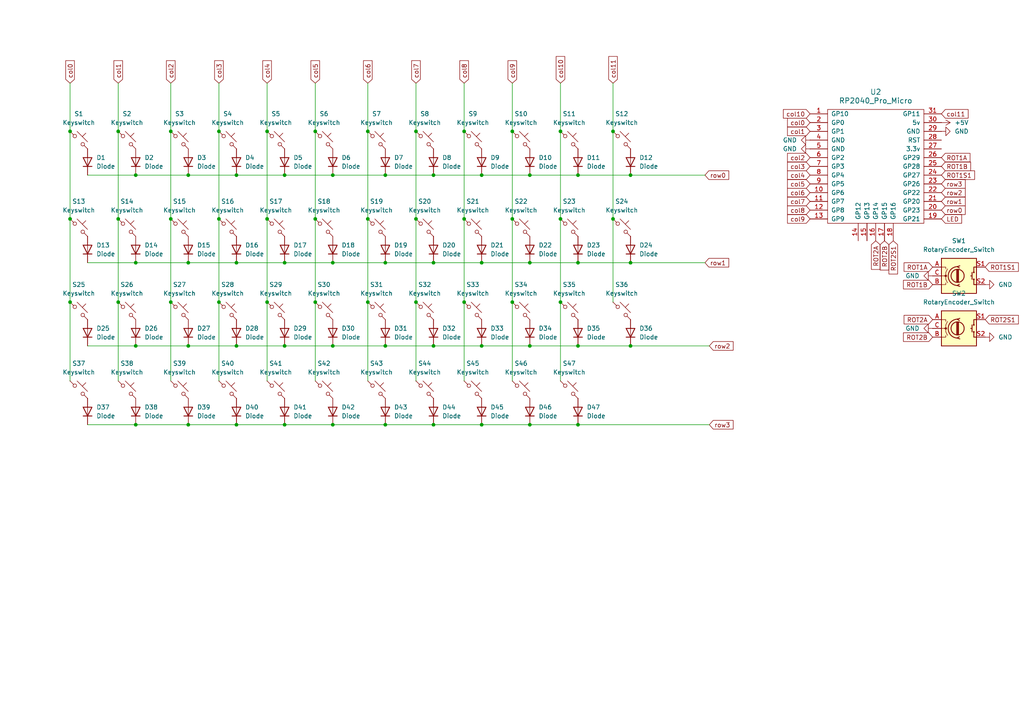
<source format=kicad_sch>
(kicad_sch (version 20231120) (generator "eeschema") (generator_version "8.0")
  (paper "A4")
  (junction (at 111.76 123.19))
  (junction (at 34.29 38.1))
  (junction (at 368.3 33.02))
  (junction (at 368.3 54.61))
  (junction (at 120.65 63.5))
  (junction (at 353.06 54.61))
  (junction (at 383.54 69.85))
  (junction (at 414.02 54.61))
  (junction (at 459.74 77.47))
  (junction (at 54.61 50.8))
  (junction (at 91.44 87.63))
  (junction (at 337.82 92.71))
  (junction (at 474.98 27.94))
  (junction (at 182.88 50.8))
  (junction (at 139.7 100.33))
  (junction (at 177.8 63.5))
  (junction (at 68.58 50.8))
  (junction (at 125.73 123.19))
  (junction (at 68.58 100.33))
  (junction (at 429.26 54.61))
  (junction (at 398.78 77.47))
  (junction (at 39.37 123.19))
  (junction (at 353.06 33.02))
  (junction (at 167.64 100.33))
  (junction (at 398.78 92.71))
  (junction (at 77.47 63.5))
  (junction (at 474.98 77.47))
  (junction (at 383.54 33.02))
  (junction (at 368.3 77.47))
  (junction (at 153.67 50.8))
  (junction (at 312.42 69.85))
  (junction (at 533.4 77.47))
  (junction (at 490.22 77.47))
  (junction (at 398.78 27.94))
  (junction (at 82.55 76.2))
  (junction (at 49.53 38.1))
  (junction (at 398.78 33.02))
  (junction (at 49.53 63.5))
  (junction (at 63.5 87.63))
  (junction (at 383.54 48.26))
  (junction (at 167.64 76.2))
  (junction (at 459.74 69.85))
  (junction (at 505.46 12.7))
  (junction (at 353.06 69.85))
  (junction (at 414.02 48.26))
  (junction (at 68.58 76.2))
  (junction (at 153.67 100.33))
  (junction (at 353.06 48.26))
  (junction (at 34.29 87.63))
  (junction (at 153.67 123.19))
  (junction (at 125.73 50.8))
  (junction (at 77.47 38.1))
  (junction (at 111.76 100.33))
  (junction (at 398.78 54.61))
  (junction (at 474.98 92.71))
  (junction (at 63.5 63.5))
  (junction (at 490.22 69.85))
  (junction (at 474.98 33.02))
  (junction (at 353.06 12.7))
  (junction (at 429.26 33.02))
  (junction (at 444.5 77.47))
  (junction (at 474.98 69.85))
  (junction (at 505.46 33.02))
  (junction (at 459.74 33.02))
  (junction (at 429.26 12.7))
  (junction (at 368.3 69.85))
  (junction (at 414.02 92.71))
  (junction (at 490.22 48.26))
  (junction (at 139.7 76.2))
  (junction (at 414.02 33.02))
  (junction (at 490.22 33.02))
  (junction (at 106.68 63.5))
  (junction (at 490.22 54.61))
  (junction (at 167.64 50.8))
  (junction (at 398.78 12.7))
  (junction (at 444.5 92.71))
  (junction (at 459.74 54.61))
  (junction (at 459.74 92.71))
  (junction (at 429.26 48.26))
  (junction (at 162.56 63.5))
  (junction (at 474.98 54.61))
  (junction (at 429.26 69.85))
  (junction (at 91.44 63.5))
  (junction (at 490.22 12.7))
  (junction (at 139.7 123.19))
  (junction (at 82.55 123.19))
  (junction (at 353.06 77.47))
  (junction (at 153.67 76.2))
  (junction (at 429.26 92.71))
  (junction (at 148.59 38.1))
  (junction (at 474.98 48.26))
  (junction (at 368.3 27.94))
  (junction (at 383.54 27.94))
  (junction (at 34.29 63.5))
  (junction (at 383.54 54.61))
  (junction (at 459.74 27.94))
  (junction (at 383.54 77.47))
  (junction (at 459.74 12.7))
  (junction (at 96.52 50.8))
  (junction (at 54.61 123.19))
  (junction (at 368.3 92.71))
  (junction (at 82.55 50.8))
  (junction (at 54.61 100.33))
  (junction (at 459.74 48.26))
  (junction (at 182.88 100.33))
  (junction (at 368.3 12.7))
  (junction (at 134.62 38.1))
  (junction (at 444.5 33.02))
  (junction (at 106.68 38.1))
  (junction (at 490.22 27.94))
  (junction (at 20.32 63.5))
  (junction (at 383.54 92.71))
  (junction (at 337.82 69.85))
  (junction (at 444.5 27.94))
  (junction (at 429.26 77.47))
  (junction (at 125.73 100.33))
  (junction (at 353.06 27.94))
  (junction (at 120.65 38.1))
  (junction (at 20.32 87.63))
  (junction (at 82.55 100.33))
  (junction (at 162.56 38.1))
  (junction (at 383.54 12.7))
  (junction (at 96.52 123.19))
  (junction (at 39.37 76.2))
  (junction (at 444.5 48.26))
  (junction (at 368.3 48.26))
  (junction (at 148.59 87.63))
  (junction (at 353.06 92.71))
  (junction (at 96.52 100.33))
  (junction (at 139.7 50.8))
  (junction (at 398.78 48.26))
  (junction (at 182.88 76.2))
  (junction (at 68.58 123.19))
  (junction (at 312.42 27.94))
  (junction (at 39.37 100.33))
  (junction (at 414.02 77.47))
  (junction (at 63.5 38.1))
  (junction (at 429.26 27.94))
  (junction (at 167.64 123.19))
  (junction (at 337.82 27.94))
  (junction (at 39.37 50.8))
  (junction (at 106.68 87.63))
  (junction (at 111.76 76.2))
  (junction (at 49.53 87.63))
  (junction (at 474.98 12.7))
  (junction (at 91.44 38.1))
  (junction (at 505.46 54.61))
  (junction (at 111.76 50.8))
  (junction (at 148.59 63.5))
  (junction (at 444.5 54.61))
  (junction (at 177.8 38.1))
  (junction (at 20.32 38.1))
  (junction (at 312.42 48.26))
  (junction (at 444.5 69.85))
  (junction (at 444.5 12.7))
  (junction (at 398.78 69.85))
  (junction (at 96.52 76.2))
  (junction (at 54.61 76.2))
  (junction (at 134.62 63.5))
  (junction (at 337.82 48.26))
  (junction (at 125.73 76.2))
  (junction (at 414.02 69.85))
  (junction (at 77.47 87.63))
  (junction (at 414.02 12.7))
  (junction (at 414.02 27.94))
  (junction (at 134.62 87.63))
  (junction (at 533.4 33.02))
  (junction (at 120.65 87.63))
  (junction (at 162.56 87.63))
  (junction (at 533.4 54.61))
  (wire (pts (xy 91.44 38.1) (xy 91.44 63.5)))
  (wire (pts (xy 490.22 77.47) (xy 474.98 77.47)))
  (wire (pts (xy 49.53 38.1) (xy 49.53 63.5)))
  (wire (pts (xy 162.56 38.1) (xy 162.56 63.5)))
  (wire (pts (xy 162.56 63.5) (xy 162.56 87.63)))
  (wire (pts (xy 398.78 33.02) (xy 414.02 33.02)))
  (wire (pts (xy 459.74 69.85) (xy 474.98 69.85)))
  (wire (pts (xy 68.58 123.19) (xy 82.55 123.19)))
  (wire (pts (xy 134.62 38.1) (xy 134.62 63.5)))
  (wire (pts (xy 474.98 92.71) (xy 459.74 92.71)))
  (wire (pts (xy 312.42 27.94) (xy 337.82 27.94)))
  (wire (pts (xy 63.5 63.5) (xy 63.5 87.63)))
  (wire (pts (xy 459.74 27.94) (xy 474.98 27.94)))
  (wire (pts (xy 444.5 33.02) (xy 459.74 33.02)))
  (wire (pts (xy 353.06 92.71) (xy 337.82 92.71)))
  (wire (pts (xy 39.37 100.33) (xy 54.61 100.33)))
  (wire (pts (xy 444.5 92.71) (xy 429.26 92.71)))
  (wire (pts (xy 153.67 50.8) (xy 167.64 50.8)))
  (wire (pts (xy 134.62 63.5) (xy 134.62 87.63)))
  (wire (pts (xy 77.47 63.5) (xy 77.47 87.63)))
  (wire (pts (xy 20.32 87.63) (xy 20.32 110.49)))
  (wire (pts (xy 513.08 62.23) (xy 513.08 73.66)))
  (wire (pts (xy 120.65 87.63) (xy 120.65 110.49)))
  (wire (pts (xy 125.73 50.8) (xy 139.7 50.8)))
  (wire (pts (xy 490.22 33.02) (xy 505.46 33.02)))
  (wire (pts (xy 490.22 92.71) (xy 474.98 92.71)))
  (wire (pts (xy 49.53 24.13) (xy 49.53 38.1)))
  (wire (pts (xy 459.74 33.02) (xy 474.98 33.02)))
  (wire (pts (xy 414.02 48.26) (xy 429.26 48.26)))
  (wire (pts (xy 490.22 69.85) (xy 505.46 69.85)))
  (wire (pts (xy 134.62 87.63) (xy 134.62 110.49)))
  (wire (pts (xy 490.22 54.61) (xy 505.46 54.61)))
  (wire (pts (xy 63.5 87.63) (xy 63.5 110.49)))
  (wire (pts (xy 330.2 30.48) (xy 330.2 40.64)))
  (wire (pts (xy 312.42 48.26) (xy 337.82 48.26)))
  (wire (pts (xy 330.2 73.66) (xy 330.2 85.09)))
  (wire (pts (xy 34.29 87.63) (xy 34.29 110.49)))
  (wire (pts (xy 68.58 100.33) (xy 82.55 100.33)))
  (wire (pts (xy 125.73 100.33) (xy 139.7 100.33)))
  (wire (pts (xy 414.02 33.02) (xy 429.26 33.02)))
  (wire (pts (xy 429.26 77.47) (xy 414.02 77.47)))
  (wire (pts (xy 429.26 27.94) (xy 444.5 27.94)))
  (wire (pts (xy 429.26 48.26) (xy 444.5 48.26)))
  (wire (pts (xy 444.5 77.47) (xy 429.26 77.47)))
  (wire (pts (xy 383.54 69.85) (xy 398.78 69.85)))
  (wire (pts (xy 167.64 100.33) (xy 182.88 100.33)))
  (wire (pts (xy 474.98 33.02) (xy 490.22 33.02)))
  (wire (pts (xy 96.52 123.19) (xy 111.76 123.19)))
  (wire (pts (xy 513.08 40.64) (xy 513.08 50.8)))
  (wire (pts (xy 312.42 69.85) (xy 337.82 69.85)))
  (wire (pts (xy 533.4 77.47) (xy 490.22 77.47)))
  (wire (pts (xy 20.32 38.1) (xy 20.32 63.5)))
  (wire (pts (xy 368.3 48.26) (xy 383.54 48.26)))
  (wire (pts (xy 96.52 76.2) (xy 111.76 76.2)))
  (wire (pts (xy 414.02 92.71) (xy 398.78 92.71)))
  (wire (pts (xy 383.54 12.7) (xy 398.78 12.7)))
  (wire (pts (xy 429.26 69.85) (xy 444.5 69.85)))
  (wire (pts (xy 182.88 76.2) (xy 204.47 76.2)))
  (wire (pts (xy 337.82 27.94) (xy 353.06 27.94)))
  (wire (pts (xy 474.98 77.47) (xy 459.74 77.47)))
  (wire (pts (xy 20.32 63.5) (xy 20.32 87.63)))
  (wire (pts (xy 39.37 76.2) (xy 54.61 76.2)))
  (wire (pts (xy 148.59 24.13) (xy 148.59 38.1)))
  (wire (pts (xy 312.42 69.85) (xy 312.42 48.26)))
  (wire (pts (xy 25.4 123.19) (xy 39.37 123.19)))
  (wire (pts (xy 82.55 100.33) (xy 96.52 100.33)))
  (wire (pts (xy 120.65 24.13) (xy 120.65 38.1)))
  (wire (pts (xy 139.7 50.8) (xy 153.67 50.8)))
  (wire (pts (xy 398.78 48.26) (xy 414.02 48.26)))
  (wire (pts (xy 429.26 54.61) (xy 444.5 54.61)))
  (wire (pts (xy 368.3 12.7) (xy 383.54 12.7)))
  (wire (pts (xy 111.76 76.2) (xy 125.73 76.2)))
  (wire (pts (xy 106.68 38.1) (xy 106.68 63.5)))
  (wire (pts (xy 120.65 38.1) (xy 120.65 63.5)))
  (wire (pts (xy 429.26 92.71) (xy 414.02 92.71)))
  (wire (pts (xy 490.22 12.7) (xy 505.46 12.7)))
  (wire (pts (xy 177.8 24.13) (xy 177.8 38.1)))
  (wire (pts (xy 162.56 87.63) (xy 162.56 110.49)))
  (wire (pts (xy 459.74 92.71) (xy 444.5 92.71)))
  (wire (pts (xy 148.59 87.63) (xy 148.59 110.49)))
  (wire (pts (xy 177.8 63.5) (xy 177.8 87.63)))
  (wire (pts (xy 337.82 48.26) (xy 353.06 48.26)))
  (wire (pts (xy 77.47 38.1) (xy 77.47 63.5)))
  (wire (pts (xy 398.78 92.71) (xy 383.54 92.71)))
  (wire (pts (xy 353.06 48.26) (xy 368.3 48.26)))
  (wire (pts (xy 153.67 123.19) (xy 167.64 123.19)))
  (wire (pts (xy 25.4 100.33) (xy 39.37 100.33)))
  (wire (pts (xy 444.5 12.7) (xy 459.74 12.7)))
  (wire (pts (xy 312.42 92.71) (xy 312.42 69.85)))
  (wire (pts (xy 429.26 12.7) (xy 444.5 12.7)))
  (wire (pts (xy 337.82 33.02) (xy 353.06 33.02)))
  (wire (pts (xy 125.73 76.2) (xy 139.7 76.2)))
  (wire (pts (xy 111.76 50.8) (xy 125.73 50.8)))
  (wire (pts (xy 134.62 24.13) (xy 134.62 38.1)))
  (wire (pts (xy 533.4 33.02) (xy 533.4 54.61)))
  (wire (pts (xy 25.4 50.8) (xy 39.37 50.8)))
  (wire (pts (xy 353.06 54.61) (xy 368.3 54.61)))
  (wire (pts (xy 167.64 50.8) (xy 182.88 50.8)))
  (wire (pts (xy 312.42 48.26) (xy 312.42 27.94)))
  (wire (pts (xy 148.59 63.5) (xy 148.59 87.63)))
  (wire (pts (xy 368.3 33.02) (xy 383.54 33.02)))
  (wire (pts (xy 505.46 54.61) (xy 533.4 54.61)))
  (wire (pts (xy 125.73 123.19) (xy 139.7 123.19)))
  (wire (pts (xy 353.06 27.94) (xy 368.3 27.94)))
  (wire (pts (xy 91.44 24.13) (xy 91.44 38.1)))
  (wire (pts (xy 139.7 100.33) (xy 153.67 100.33)))
  (wire (pts (xy 459.74 54.61) (xy 474.98 54.61)))
  (wire (pts (xy 474.98 48.26) (xy 490.22 48.26)))
  (wire (pts (xy 414.02 54.61) (xy 429.26 54.61)))
  (wire (pts (xy 490.22 48.26) (xy 505.46 48.26)))
  (wire (pts (xy 167.64 123.19) (xy 205.74 123.19)))
  (wire (pts (xy 177.8 38.1) (xy 177.8 63.5)))
  (wire (pts (xy 337.82 69.85) (xy 353.06 69.85)))
  (wire (pts (xy 20.32 24.13) (xy 20.32 38.1)))
  (wire (pts (xy 533.4 12.7) (xy 533.4 33.02)))
  (wire (pts (xy 513.08 73.66) (xy 330.2 73.66)))
  (wire (pts (xy 25.4 76.2) (xy 39.37 76.2)))
  (wire (pts (xy 474.98 27.94) (xy 490.22 27.94)))
  (wire (pts (xy 533.4 54.61) (xy 533.4 77.47)))
  (wire (pts (xy 77.47 24.13) (xy 77.47 38.1)))
  (wire (pts (xy 368.3 77.47) (xy 353.06 77.47)))
  (wire (pts (xy 459.74 12.7) (xy 474.98 12.7)))
  (wire (pts (xy 444.5 27.94) (xy 459.74 27.94)))
  (wire (pts (xy 533.4 77.47) (xy 533.4 109.22)))
  (wire (pts (xy 63.5 38.1) (xy 63.5 63.5)))
  (wire (pts (xy 414.02 69.85) (xy 429.26 69.85)))
  (wire (pts (xy 459.74 48.26) (xy 474.98 48.26)))
  (wire (pts (xy 148.59 38.1) (xy 148.59 63.5)))
  (wire (pts (xy 139.7 123.19) (xy 153.67 123.19)))
  (wire (pts (xy 414.02 77.47) (xy 398.78 77.47)))
  (wire (pts (xy 96.52 50.8) (xy 111.76 50.8)))
  (wire (pts (xy 513.08 20.32) (xy 513.08 30.48)))
  (wire (pts (xy 414.02 27.94) (xy 429.26 27.94)))
  (wire (pts (xy 459.74 77.47) (xy 444.5 77.47)))
  (wire (pts (xy 505.46 12.7) (xy 533.4 12.7)))
  (wire (pts (xy 353.06 33.02) (xy 368.3 33.02)))
  (wire (pts (xy 54.61 50.8) (xy 68.58 50.8)))
  (wire (pts (xy 330.2 50.8) (xy 330.2 62.23)))
  (wire (pts (xy 34.29 38.1) (xy 34.29 63.5)))
  (wire (pts (xy 120.65 63.5) (xy 120.65 87.63)))
  (wire (pts (xy 398.78 77.47) (xy 383.54 77.47)))
  (wire (pts (xy 368.3 92.71) (xy 353.06 92.71)))
  (wire (pts (xy 368.3 69.85) (xy 383.54 69.85)))
  (wire (pts (xy 398.78 12.7) (xy 414.02 12.7)))
  (wire (pts (xy 111.76 123.19) (xy 125.73 123.19)))
  (wire (pts (xy 353.06 12.7) (xy 368.3 12.7)))
  (wire (pts (xy 337.82 92.71) (xy 312.42 92.71)))
  (wire (pts (xy 383.54 77.47) (xy 368.3 77.47)))
  (wire (pts (xy 167.64 76.2) (xy 182.88 76.2)))
  (wire (pts (xy 490.22 27.94) (xy 505.46 27.94)))
  (wire (pts (xy 68.58 76.2) (xy 82.55 76.2)))
  (wire (pts (xy 49.53 87.63) (xy 49.53 110.49)))
  (wire (pts (xy 513.08 50.8) (xy 330.2 50.8)))
  (wire (pts (xy 353.06 69.85) (xy 368.3 69.85)))
  (wire (pts (xy 82.55 76.2) (xy 96.52 76.2)))
  (wire (pts (xy 383.54 54.61) (xy 398.78 54.61)))
  (wire (pts (xy 162.56 24.13) (xy 162.56 38.1)))
  (wire (pts (xy 111.76 100.33) (xy 125.73 100.33)))
  (wire (pts (xy 49.53 63.5) (xy 49.53 87.63)))
  (wire (pts (xy 398.78 27.94) (xy 414.02 27.94)))
  (wire (pts (xy 96.52 100.33) (xy 111.76 100.33)))
  (wire (pts (xy 82.55 123.19) (xy 96.52 123.19)))
  (wire (pts (xy 505.46 33.02) (xy 533.4 33.02)))
  (wire (pts (xy 368.3 27.94) (xy 383.54 27.94)))
  (wire (pts (xy 398.78 54.61) (xy 414.02 54.61)))
  (wire (pts (xy 444.5 48.26) (xy 459.74 48.26)))
  (wire (pts (xy 474.98 69.85) (xy 490.22 69.85)))
  (wire (pts (xy 182.88 100.33) (xy 205.74 100.33)))
  (wire (pts (xy 444.5 54.61) (xy 459.74 54.61)))
  (wire (pts (xy 337.82 12.7) (xy 353.06 12.7)))
  (wire (pts (xy 54.61 100.33) (xy 68.58 100.33)))
  (wire (pts (xy 414.02 12.7) (xy 429.26 12.7)))
  (wire (pts (xy 34.29 24.13) (xy 34.29 38.1)))
  (wire (pts (xy 34.29 63.5) (xy 34.29 87.63)))
  (wire (pts (xy 91.44 87.63) (xy 91.44 110.49)))
  (wire (pts (xy 444.5 69.85) (xy 459.74 69.85)))
  (wire (pts (xy 353.06 77.47) (xy 337.82 77.47)))
  (wire (pts (xy 68.58 50.8) (xy 82.55 50.8)))
  (wire (pts (xy 383.54 27.94) (xy 398.78 27.94)))
  (wire (pts (xy 54.61 76.2) (xy 68.58 76.2)))
  (wire (pts (xy 368.3 54.61) (xy 383.54 54.61)))
  (wire (pts (xy 139.7 76.2) (xy 153.67 76.2)))
  (wire (pts (xy 513.08 30.48) (xy 330.2 30.48)))
  (wire (pts (xy 182.88 50.8) (xy 204.47 50.8)))
  (wire (pts (xy 39.37 123.19) (xy 54.61 123.19)))
  (wire (pts (xy 474.98 12.7) (xy 490.22 12.7)))
  (wire (pts (xy 77.47 87.63) (xy 77.47 110.49)))
  (wire (pts (xy 82.55 50.8) (xy 96.52 50.8)))
  (wire (pts (xy 398.78 69.85) (xy 414.02 69.85)))
  (wire (pts (xy 337.82 54.61) (xy 353.06 54.61)))
  (wire (pts (xy 474.98 54.61) (xy 490.22 54.61)))
  (wire (pts (xy 153.67 76.2) (xy 167.64 76.2)))
  (wire (pts (xy 429.26 33.02) (xy 444.5 33.02)))
  (wire (pts (xy 54.61 123.19) (xy 68.58 123.19)))
  (wire (pts (xy 383.54 33.02) (xy 398.78 33.02)))
  (wire (pts (xy 106.68 87.63) (xy 106.68 110.49)))
  (wire (pts (xy 383.54 92.71) (xy 368.3 92.71)))
  (wire (pts (xy 153.67 100.33) (xy 167.64 100.33)))
  (wire (pts (xy 63.5 24.13) (xy 63.5 38.1)))
  (wire (pts (xy 383.54 48.26) (xy 398.78 48.26)))
  (wire (pts (xy 91.44 63.5) (xy 91.44 87.63)))
  (wire (pts (xy 106.68 63.5) (xy 106.68 87.63)))
  (wire (pts (xy 106.68 24.13) (xy 106.68 38.1)))
  (wire (pts (xy 39.37 50.8) (xy 54.61 50.8)))
  (wire (pts (xy 312.42 -1.27) (xy 312.42 27.94)))
  (global_label "col9" (shape input) (at 234.95 63.5 180) (property "Intersheetrefs" "${INTERSHEET_REFS}" (effects (hide yes))))
  (global_label "col11" (shape input) (at 273.05 33.02 0) (property "Intersheetrefs" "${INTERSHEET_REFS}" (effects (hide yes))))
  (global_label "col5" (shape input) (at 91.44 24.13 90) (property "Intersheetrefs" "${INTERSHEET_REFS}" (effects (hide yes))))
  (global_label "col6" (shape input) (at 106.68 24.13 90) (property "Intersheetrefs" "${INTERSHEET_REFS}" (effects (hide yes))))
  (global_label "col3" (shape input) (at 234.95 48.26 180) (property "Intersheetrefs" "${INTERSHEET_REFS}" (effects (hide yes))))
  (global_label "col7" (shape input) (at 234.95 58.42 180) (property "Intersheetrefs" "${INTERSHEET_REFS}" (effects (hide yes))))
  (global_label "col10" (shape input) (at 234.95 33.02 180) (property "Intersheetrefs" "${INTERSHEET_REFS}" (effects (hide yes))))
  (global_label "ROT2A" (shape input) (at 270.51 92.71 180) (property "Intersheetrefs" "${INTERSHEET_REFS}" (effects (hide yes))))
  (global_label "ROT1S1" (shape input) (at 285.75 77.47 0) (property "Intersheetrefs" "${INTERSHEET_REFS}" (effects (hide yes))))
  (global_label "col0" (shape input) (at 234.95 35.56 180) (property "Intersheetrefs" "${INTERSHEET_REFS}" (effects (hide yes))))
  (global_label "ROT1A" (shape input) (at 273.05 45.72 0) (property "Intersheetrefs" "${INTERSHEET_REFS}" (effects (hide yes))))
  (global_label "col2" (shape input) (at 49.53 24.13 90) (property "Intersheetrefs" "${INTERSHEET_REFS}" (effects (hide yes))))
  (global_label "ROT1B" (shape input) (at 270.51 82.55 180) (property "Intersheetrefs" "${INTERSHEET_REFS}" (effects (hide yes))))
  (global_label "col8" (shape input) (at 134.62 24.13 90) (property "Intersheetrefs" "${INTERSHEET_REFS}" (effects (hide yes))))
  (global_label "row1" (shape input) (at 204.47 76.2 0) (property "Intersheetrefs" "${INTERSHEET_REFS}" (effects (hide yes))))
  (global_label "ROT2B" (shape input) (at 270.51 97.79 180) (property "Intersheetrefs" "${INTERSHEET_REFS}" (effects (hide yes))))
  (global_label "col10" (shape input) (at 162.56 24.13 90) (property "Intersheetrefs" "${INTERSHEET_REFS}" (effects (hide yes))))
  (global_label "ROT1A" (shape input) (at 270.51 77.47 180) (property "Intersheetrefs" "${INTERSHEET_REFS}" (effects (hide yes))))
  (global_label "col8" (shape input) (at 234.95 60.96 180) (property "Intersheetrefs" "${INTERSHEET_REFS}" (effects (hide yes))))
  (global_label "col7" (shape input) (at 120.65 24.13 90) (property "Intersheetrefs" "${INTERSHEET_REFS}" (effects (hide yes))))
  (global_label "col0" (shape input) (at 20.32 24.13 90) (property "Intersheetrefs" "${INTERSHEET_REFS}" (effects (hide yes))))
  (global_label "ROT1B" (shape input) (at 273.05 48.26 0) (property "Intersheetrefs" "${INTERSHEET_REFS}" (effects (hide yes))))
  (global_label "col4" (shape input) (at 234.95 50.8 180) (property "Intersheetrefs" "${INTERSHEET_REFS}" (effects (hide yes))))
  (global_label "LED" (shape input) (at 273.05 63.5 0) (property "Intersheetrefs" "${INTERSHEET_REFS}" (effects (hide yes))))
  (global_label "row3" (shape input) (at 273.05 53.34 0) (property "Intersheetrefs" "${INTERSHEET_REFS}" (effects (hide yes))))
  (global_label "col5" (shape input) (at 234.95 53.34 180) (property "Intersheetrefs" "${INTERSHEET_REFS}" (effects (hide yes))))
  (global_label "ROT2A" (shape input) (at 254 69.85 270) (property "Intersheetrefs" "${INTERSHEET_REFS}" (effects (hide yes))))
  (global_label "row2" (shape input) (at 273.05 55.88 0) (property "Intersheetrefs" "${INTERSHEET_REFS}" (effects (hide yes))))
  (global_label "row1" (shape input) (at 273.05 58.42 0) (property "Intersheetrefs" "${INTERSHEET_REFS}" (effects (hide yes))))
  (global_label "col1" (shape input) (at 34.29 24.13 90) (property "Intersheetrefs" "${INTERSHEET_REFS}" (effects (hide yes))))
  (global_label "ROT1S1" (shape input) (at 273.05 50.8 0) (property "Intersheetrefs" "${INTERSHEET_REFS}" (effects (hide yes))))
  (global_label "row3" (shape input) (at 205.74 123.19 0) (property "Intersheetrefs" "${INTERSHEET_REFS}" (effects (hide yes))))
  (global_label "col4" (shape input) (at 77.47 24.13 90) (property "Intersheetrefs" "${INTERSHEET_REFS}" (effects (hide yes))))
  (global_label "row2" (shape input) (at 205.74 100.33 0) (property "Intersheetrefs" "${INTERSHEET_REFS}" (effects (hide yes))))
  (global_label "col6" (shape input) (at 234.95 55.88 180) (property "Intersheetrefs" "${INTERSHEET_REFS}" (effects (hide yes))))
  (global_label "col9" (shape input) (at 148.59 24.13 90) (property "Intersheetrefs" "${INTERSHEET_REFS}" (effects (hide yes))))
  (global_label "col1" (shape input) (at 234.95 38.1 180) (property "Intersheetrefs" "${INTERSHEET_REFS}" (effects (hide yes))))
  (global_label "ROT2S1" (shape input) (at 285.75 92.71 0) (property "Intersheetrefs" "${INTERSHEET_REFS}" (effects (hide yes))))
  (global_label "col3" (shape input) (at 63.5 24.13 90) (property "Intersheetrefs" "${INTERSHEET_REFS}" (effects (hide yes))))
  (global_label "row0" (shape input) (at 204.47 50.8 0) (property "Intersheetrefs" "${INTERSHEET_REFS}" (effects (hide yes))))
  (global_label "col11" (shape input) (at 177.8 24.13 90) (property "Intersheetrefs" "${INTERSHEET_REFS}" (effects (hide yes))))
  (global_label "LED" (shape input) (at 330.2 20.32 180) (property "Intersheetrefs" "${INTERSHEET_REFS}" (effects (hide yes))))
  (global_label "ROT2B" (shape input) (at 256.54 69.85 270) (property "Intersheetrefs" "${INTERSHEET_REFS}" (effects (hide yes))))
  (global_label "col2" (shape input) (at 234.95 45.72 180) (property "Intersheetrefs" "${INTERSHEET_REFS}" (effects (hide yes))))
  (global_label "ROT2S1" (shape input) (at 259.08 69.85 270) (property "Intersheetrefs" "${INTERSHEET_REFS}" (effects (hide yes))))
  (global_label "row0" (shape input) (at 273.05 60.96 0) (property "Intersheetrefs" "${INTERSHEET_REFS}" (effects (hide yes))))
  (symbol (lib_id "ScottoKeebs:LED_SK6812MINI") (at 398.78 62.23 0) (unit 1)
    (property "Reference" "D76" (at 412.75 53.3714 0))
    (property "Value" "LED_SK6812MINI" (at 412.75 55.9114 0))
    (property "Footprint" "ScottoKeebs_Components:LED_SK6812MINI" (effects (hide yes)))
    (property "Datasheet" "https://cdn-shop.adafruit.com/product-files/2686/SK6812MINI_REV.01-1-2.pdf" (effects (hide yes)))
    (property "Description" "RGB LED with integrated controller" (effects (hide yes)))
    (property "LCSC" "C5149201" (at 412.75 58.4514 0))
  )
  (symbol (lib_id "ScottoKeebs:Placeholder_Diode") (at 54.61 72.39 90) (unit 1)
    (property "Reference" "D15" (at 57.15 71.1199 90) (effects (justify right)))
    (property "Value" "Diode" (at 57.15 73.6599 90) (effects (justify right)))
    (property "Footprint" "Diode_SMD:D_SOD-123" (effects (hide yes)))
    (property "Description" "1N4148 (DO-35) or 1N4148W (SOD-123)" (effects (hide yes)))
    (property "Sim.Device" "D" (effects (hide yes)))
    (property "Sim.Pins" "1=K 2=A" (effects (hide yes)))
  )
  (symbol (lib_id "power:GND") (at 270.51 80.01 270) (unit 1)
    (property "Reference" "#PWR5" (effects (hide yes)))
    (property "Value" "GND" (at 266.7 80.0099 90) (effects (justify right)))
    (property "Description" "Power symbol creates a global label with name \"GND\" , ground" (effects (hide yes)))
  )
  (symbol (lib_id "ScottoKeebs:Placeholder_Keyswitch") (at 151.13 66.04 0) (unit 1)
    (property "Reference" "S22" (at 151.13 58.42 0))
    (property "Value" "Keyswitch" (at 151.13 60.96 0))
    (property "Footprint" "KS33:SW_Gateron_LowProfile_HotSwap_PTH" (effects (hide yes)))
    (property "Description" "Push button switch, normally open, two pins, 45° tilted" (effects (hide yes)))
  )
  (symbol (lib_id "ScottoKeebs:LED_SK6812MINI") (at 444.5 40.64 0) (unit 1)
    (property "Reference" "D67" (at 458.47 31.7814 0))
    (property "Value" "LED_SK6812MINI" (at 458.47 34.3214 0))
    (property "Footprint" "ScottoKeebs_Components:LED_SK6812MINI" (effects (hide yes)))
    (property "Datasheet" "https://cdn-shop.adafruit.com/product-files/2686/SK6812MINI_REV.01-1-2.pdf" (effects (hide yes)))
    (property "Description" "RGB LED with integrated controller" (effects (hide yes)))
    (property "LCSC" "C5149201" (at 458.47 36.8614 0))
  )
  (symbol (lib_id "ScottoKeebs:Placeholder_Keyswitch") (at 109.22 113.03 0) (unit 1)
    (property "Reference" "S43" (at 109.22 105.41 0))
    (property "Value" "Keyswitch" (at 109.22 107.95 0))
    (property "Footprint" "KS33:SW_Gateron_LowProfile_HotSwap_PTH" (effects (hide yes)))
    (property "Description" "Push button switch, normally open, two pins, 45° tilted" (effects (hide yes)))
  )
  (symbol (lib_id "power:GND") (at 285.75 97.79 90) (unit 1)
    (property "Reference" "#PWR3" (effects (hide yes)))
    (property "Value" "GND" (at 289.56 97.7899 90) (effects (justify right)))
    (property "Description" "Power symbol creates a global label with name \"GND\" , ground" (effects (hide yes)))
  )
  (symbol (lib_id "ScottoKeebs:Placeholder_Keyswitch") (at 165.1 113.03 0) (unit 1)
    (property "Reference" "S47" (at 165.1 105.41 0))
    (property "Value" "Keyswitch" (at 165.1 107.95 0))
    (property "Footprint" "KS33:SW_Gateron_LowProfile_HotSwap_PTH" (effects (hide yes)))
    (property "Description" "Push button switch, normally open, two pins, 45° tilted" (effects (hide yes)))
  )
  (symbol (lib_id "ScottoKeebs:LED_SK6812MINI") (at 398.78 20.32 0) (unit 1)
    (property "Reference" "D52" (at 412.75 11.4614 0))
    (property "Value" "LED_SK6812MINI" (at 412.75 14.0014 0))
    (property "Footprint" "ScottoKeebs_Components:LED_SK6812MINI" (effects (hide yes)))
    (property "Datasheet" "https://cdn-shop.adafruit.com/product-files/2686/SK6812MINI_REV.01-1-2.pdf" (effects (hide yes)))
    (property "Description" "RGB LED with integrated controller" (effects (hide yes)))
    (property "LCSC" "C5149201" (at 412.75 16.5414 0))
  )
  (symbol (lib_id "ScottoKeebs:LED_SK6812MINI") (at 490.22 40.64 0) (unit 1)
    (property "Reference" "D70" (at 504.19 31.7814 0))
    (property "Value" "LED_SK6812MINI" (at 504.19 34.3214 0))
    (property "Footprint" "ScottoKeebs_Components:LED_SK6812MINI" (effects (hide yes)))
    (property "Datasheet" "https://cdn-shop.adafruit.com/product-files/2686/SK6812MINI_REV.01-1-2.pdf" (effects (hide yes)))
    (property "Description" "RGB LED with integrated controller" (effects (hide yes)))
    (property "LCSC" "C5149201" (at 504.19 36.8614 0))
  )
  (symbol (lib_id "ScottoKeebs:Placeholder_Keyswitch") (at 66.04 40.64 0) (unit 1)
    (property "Reference" "S4" (at 66.04 33.02 0))
    (property "Value" "Keyswitch" (at 66.04 35.56 0))
    (property "Footprint" "KS33:SW_Gateron_LowProfile_HotSwap_PTH" (effects (hide yes)))
    (property "Description" "Push button switch, normally open, two pins, 45° tilted" (effects (hide yes)))
  )
  (symbol (lib_id "ScottoKeebs:Placeholder_Keyswitch") (at 93.98 40.64 0) (unit 1)
    (property "Reference" "S6" (at 93.98 33.02 0))
    (property "Value" "Keyswitch" (at 93.98 35.56 0))
    (property "Footprint" "KS33:SW_Gateron_LowProfile_HotSwap_PTH" (effects (hide yes)))
    (property "Description" "Push button switch, normally open, two pins, 45° tilted" (effects (hide yes)))
  )
  (symbol (lib_id "ScottoKeebs:Placeholder_Diode") (at 139.7 119.38 90) (unit 1)
    (property "Reference" "D45" (at 142.24 118.1099 90) (effects (justify right)))
    (property "Value" "Diode" (at 142.24 120.6499 90) (effects (justify right)))
    (property "Footprint" "Diode_SMD:D_SOD-123" (effects (hide yes)))
    (property "Description" "1N4148 (DO-35) or 1N4148W (SOD-123)" (effects (hide yes)))
    (property "Sim.Device" "D" (effects (hide yes)))
    (property "Sim.Pins" "1=K 2=A" (effects (hide yes)))
  )
  (symbol (lib_id "ScottoKeebs:Placeholder_Keyswitch") (at 123.19 40.64 0) (unit 1)
    (property "Reference" "S8" (at 123.19 33.02 0))
    (property "Value" "Keyswitch" (at 123.19 35.56 0))
    (property "Footprint" "KS33:SW_Gateron_LowProfile_HotSwap_PTH" (effects (hide yes)))
    (property "Description" "Push button switch, normally open, two pins, 45° tilted" (effects (hide yes)))
  )
  (symbol (lib_id "ScottoKeebs:Placeholder_Diode") (at 111.76 96.52 90) (unit 1)
    (property "Reference" "D31" (at 114.3 95.2499 90) (effects (justify right)))
    (property "Value" "Diode" (at 114.3 97.7899 90) (effects (justify right)))
    (property "Footprint" "Diode_SMD:D_SOD-123" (effects (hide yes)))
    (property "Description" "1N4148 (DO-35) or 1N4148W (SOD-123)" (effects (hide yes)))
    (property "Sim.Device" "D" (effects (hide yes)))
    (property "Sim.Pins" "1=K 2=A" (effects (hide yes)))
  )
  (symbol (lib_id "ScottoKeebs:LED_SK6812MINI") (at 490.22 62.23 0) (unit 1)
    (property "Reference" "D82" (at 504.19 53.3714 0))
    (property "Value" "LED_SK6812MINI" (at 504.19 55.9114 0))
    (property "Footprint" "ScottoKeebs_Components:LED_SK6812MINI" (effects (hide yes)))
    (property "Datasheet" "https://cdn-shop.adafruit.com/product-files/2686/SK6812MINI_REV.01-1-2.pdf" (effects (hide yes)))
    (property "Description" "RGB LED with integrated controller" (effects (hide yes)))
    (property "LCSC" "C5149201" (at 504.19 58.4514 0))
  )
  (symbol (lib_id "Device:RotaryEncoder_Switch") (at 278.13 80.01 0) (unit 1)
    (property "Reference" "SW1" (at 278.13 69.85 0))
    (property "Value" "RotaryEncoder_Switch" (at 278.13 72.39 0))
    (property "Footprint" "Rotary_Encoder:RotaryEncoder_Alps_EC11E-Switch_Vertical_H20mm_CircularMountingHoles" (effects (hide yes)))
    (property "Description" "Rotary encoder, dual channel, incremental quadrate outputs, with switch" (effects (hide yes)))
  )
  (symbol (lib_id "power:+5V") (at 533.4 109.22 180) (unit 1)
    (property "Reference" "#PWR2" (effects (hide yes)))
    (property "Value" "+5V" (at 533.4 114.3 0))
    (property "Description" "Power symbol creates a global label with name \"+5V\"" (effects (hide yes)))
  )
  (symbol (lib_id "ScottoKeebs:LED_SK6812MINI") (at 505.46 62.23 0) (unit 1)
    (property "Reference" "D83" (at 519.43 53.3714 0))
    (property "Value" "LED_SK6812MINI" (at 519.43 55.9114 0))
    (property "Footprint" "ScottoKeebs_Components:LED_SK6812MINI" (effects (hide yes)))
    (property "Datasheet" "https://cdn-shop.adafruit.com/product-files/2686/SK6812MINI_REV.01-1-2.pdf" (effects (hide yes)))
    (property "Description" "RGB LED with integrated controller" (effects (hide yes)))
    (property "LCSC" "C5149201" (at 519.43 58.4514 0))
  )
  (symbol (lib_id "ScottoKeebs:Placeholder_Diode") (at 111.76 119.38 90) (unit 1)
    (property "Reference" "D43" (at 114.3 118.1099 90) (effects (justify right)))
    (property "Value" "Diode" (at 114.3 120.6499 90) (effects (justify right)))
    (property "Footprint" "Diode_SMD:D_SOD-123" (effects (hide yes)))
    (property "Description" "1N4148 (DO-35) or 1N4148W (SOD-123)" (effects (hide yes)))
    (property "Sim.Device" "D" (effects (hide yes)))
    (property "Sim.Pins" "1=K 2=A" (effects (hide yes)))
  )
  (symbol (lib_id "ScottoKeebs:Placeholder_Keyswitch") (at 22.86 90.17 0) (unit 1)
    (property "Reference" "S25" (at 22.86 82.55 0))
    (property "Value" "Keyswitch" (at 22.86 85.09 0))
    (property "Footprint" "KS33:SW_Gateron_LowProfile_HotSwap_PTH" (effects (hide yes)))
    (property "Description" "Push button switch, normally open, two pins, 45° tilted" (effects (hide yes)))
  )
  (symbol (lib_id "ScottoKeebs:Placeholder_Keyswitch") (at 80.01 113.03 0) (unit 1)
    (property "Reference" "S41" (at 80.01 105.41 0))
    (property "Value" "Keyswitch" (at 80.01 107.95 0))
    (property "Footprint" "KS33:SW_Gateron_LowProfile_HotSwap_PTH" (effects (hide yes)))
    (property "Description" "Push button switch, normally open, two pins, 45° tilted" (effects (hide yes)))
  )
  (symbol (lib_id "ScottoKeebs:Placeholder_Keyswitch") (at 137.16 113.03 0) (unit 1)
    (property "Reference" "S45" (at 137.16 105.41 0))
    (property "Value" "Keyswitch" (at 137.16 107.95 0))
    (property "Footprint" "KS33:SW_Gateron_LowProfile_HotSwap_PTH" (effects (hide yes)))
    (property "Description" "Push button switch, normally open, two pins, 45° tilted" (effects (hide yes)))
  )
  (symbol (lib_id "power:GND") (at 273.05 38.1 90) (unit 1)
    (property "Reference" "#PWR10" (effects (hide yes)))
    (property "Value" "GND" (at 276.86 38.0999 90) (effects (justify right)))
    (property "Description" "Power symbol creates a global label with name \"GND\" , ground" (effects (hide yes)))
  )
  (symbol (lib_id "ScottoKeebs:Placeholder_Keyswitch") (at 93.98 66.04 0) (unit 1)
    (property "Reference" "S18" (at 93.98 58.42 0))
    (property "Value" "Keyswitch" (at 93.98 60.96 0))
    (property "Footprint" "KS33:SW_Gateron_LowProfile_HotSwap_PTH" (effects (hide yes)))
    (property "Description" "Push button switch, normally open, two pins, 45° tilted" (effects (hide yes)))
  )
  (symbol (lib_id "ScottoKeebs:LED_SK6812MINI") (at 459.74 40.64 0) (unit 1)
    (property "Reference" "D68" (at 473.71 31.7814 0))
    (property "Value" "LED_SK6812MINI" (at 473.71 34.3214 0))
    (property "Footprint" "ScottoKeebs_Components:LED_SK6812MINI" (effects (hide yes)))
    (property "Datasheet" "https://cdn-shop.adafruit.com/product-files/2686/SK6812MINI_REV.01-1-2.pdf" (effects (hide yes)))
    (property "Description" "RGB LED with integrated controller" (effects (hide yes)))
    (property "LCSC" "C5149201" (at 473.71 36.8614 0))
  )
  (symbol (lib_id "ScottoKeebs:Placeholder_Keyswitch") (at 123.19 113.03 0) (unit 1)
    (property "Reference" "S44" (at 123.19 105.41 0))
    (property "Value" "Keyswitch" (at 123.19 107.95 0))
    (property "Footprint" "KS33:SW_Gateron_LowProfile_HotSwap_PTH" (effects (hide yes)))
    (property "Description" "Push button switch, normally open, two pins, 45° tilted" (effects (hide yes)))
  )
  (symbol (lib_id "ScottoKeebs:Placeholder_Diode") (at 153.67 119.38 90) (unit 1)
    (property "Reference" "D46" (at 156.21 118.1099 90) (effects (justify right)))
    (property "Value" "Diode" (at 156.21 120.6499 90) (effects (justify right)))
    (property "Footprint" "Diode_SMD:D_SOD-123" (effects (hide yes)))
    (property "Description" "1N4148 (DO-35) or 1N4148W (SOD-123)" (effects (hide yes)))
    (property "Sim.Device" "D" (effects (hide yes)))
    (property "Sim.Pins" "1=K 2=A" (effects (hide yes)))
  )
  (symbol (lib_id "ScottoKeebs:LED_SK6812MINI") (at 444.5 85.09 0) (unit 1)
    (property "Reference" "D91" (at 458.47 76.2314 0))
    (property "Value" "LED_SK6812MINI" (at 458.47 78.7714 0))
    (property "Footprint" "ScottoKeebs_Components:LED_SK6812MINI" (effects (hide yes)))
    (property "Datasheet" "https://cdn-shop.adafruit.com/product-files/2686/SK6812MINI_REV.01-1-2.pdf" (effects (hide yes)))
    (property "Description" "RGB LED with integrated controller" (effects (hide yes)))
    (property "LCSC" "C5149201" (at 458.47 81.3114 0))
  )
  (symbol (lib_id "ScottoKeebs:LED_SK6812MINI") (at 474.98 20.32 0) (unit 1)
    (property "Reference" "D57" (at 488.95 11.4614 0))
    (property "Value" "LED_SK6812MINI" (at 488.95 14.0014 0))
    (property "Footprint" "ScottoKeebs_Components:LED_SK6812MINI" (effects (hide yes)))
    (property "Datasheet" "https://cdn-shop.adafruit.com/product-files/2686/SK6812MINI_REV.01-1-2.pdf" (effects (hide yes)))
    (property "Description" "RGB LED with integrated controller" (effects (hide yes)))
    (property "LCSC" "C5149201" (at 488.95 16.5414 0))
  )
  (symbol (lib_id "ScottoKeebs:Placeholder_Keyswitch") (at 36.83 66.04 0) (unit 1)
    (property "Reference" "S14" (at 36.83 58.42 0))
    (property "Value" "Keyswitch" (at 36.83 60.96 0))
    (property "Footprint" "KS33:SW_Gateron_LowProfile_HotSwap_PTH" (effects (hide yes)))
    (property "Description" "Push button switch, normally open, two pins, 45° tilted" (effects (hide yes)))
  )
  (symbol (lib_id "ScottoKeebs:Placeholder_Diode") (at 25.4 96.52 90) (unit 1)
    (property "Reference" "D25" (at 27.94 95.2499 90) (effects (justify right)))
    (property "Value" "Diode" (at 27.94 97.7899 90) (effects (justify right)))
    (property "Footprint" "Diode_SMD:D_SOD-123" (effects (hide yes)))
    (property "Description" "1N4148 (DO-35) or 1N4148W (SOD-123)" (effects (hide yes)))
    (property "Sim.Device" "D" (effects (hide yes)))
    (property "Sim.Pins" "1=K 2=A" (effects (hide yes)))
  )
  (symbol (lib_id "ScottoKeebs:LED_SK6812MINI") (at 398.78 40.64 0) (unit 1)
    (property "Reference" "D64" (at 412.75 31.7814 0))
    (property "Value" "LED_SK6812MINI" (at 412.75 34.3214 0))
    (property "Footprint" "ScottoKeebs_Components:LED_SK6812MINI" (effects (hide yes)))
    (property "Datasheet" "https://cdn-shop.adafruit.com/product-files/2686/SK6812MINI_REV.01-1-2.pdf" (effects (hide yes)))
    (property "Description" "RGB LED with integrated controller" (effects (hide yes)))
    (property "LCSC" "C5149201" (at 412.75 36.8614 0))
  )
  (symbol (lib_id "ScottoKeebs:LED_SK6812MINI") (at 368.3 62.23 0) (unit 1)
    (property "Reference" "D74" (at 382.27 53.3714 0))
    (property "Value" "LED_SK6812MINI" (at 382.27 55.9114 0))
    (property "Footprint" "ScottoKeebs_Components:LED_SK6812MINI" (effects (hide yes)))
    (property "Datasheet" "https://cdn-shop.adafruit.com/product-files/2686/SK6812MINI_REV.01-1-2.pdf" (effects (hide yes)))
    (property "Description" "RGB LED with integrated controller" (effects (hide yes)))
    (property "LCSC" "C5149201" (at 382.27 58.4514 0))
  )
  (symbol (lib_id "ScottoKeebs:Placeholder_Diode") (at 153.67 46.99 90) (unit 1)
    (property "Reference" "D10" (at 156.21 45.7199 90) (effects (justify right)))
    (property "Value" "Diode" (at 156.21 48.2599 90) (effects (justify right)))
    (property "Footprint" "Diode_SMD:D_SOD-123" (effects (hide yes)))
    (property "Description" "1N4148 (DO-35) or 1N4148W (SOD-123)" (effects (hide yes)))
    (property "Sim.Device" "D" (effects (hide yes)))
    (property "Sim.Pins" "1=K 2=A" (effects (hide yes)))
  )
  (symbol (lib_id "ScottoKeebs:Placeholder_Diode") (at 96.52 96.52 90) (unit 1)
    (property "Reference" "D30" (at 99.06 95.2499 90) (effects (justify right)))
    (property "Value" "Diode" (at 99.06 97.7899 90) (effects (justify right)))
    (property "Footprint" "Diode_SMD:D_SOD-123" (effects (hide yes)))
    (property "Description" "1N4148 (DO-35) or 1N4148W (SOD-123)" (effects (hide yes)))
    (property "Sim.Device" "D" (effects (hide yes)))
    (property "Sim.Pins" "1=K 2=A" (effects (hide yes)))
  )
  (symbol (lib_id "ScottoKeebs:Placeholder_Diode") (at 111.76 72.39 90) (unit 1)
    (property "Reference" "D19" (at 114.3 71.1199 90) (effects (justify right)))
    (property "Value" "Diode" (at 114.3 73.6599 90) (effects (justify right)))
    (property "Footprint" "Diode_SMD:D_SOD-123" (effects (hide yes)))
    (property "Description" "1N4148 (DO-35) or 1N4148W (SOD-123)" (effects (hide yes)))
    (property "Sim.Device" "D" (effects (hide yes)))
    (property "Sim.Pins" "1=K 2=A" (effects (hide yes)))
  )
  (symbol (lib_id "ScottoKeebs:MCU_RP2040_Pro_Micro") (at 254 48.26 0) (unit 1)
    (property "Reference" "U2" (at 254 26.67 0) (effects (font (size 1.524 1.524))))
    (property "Value" "RP2040_Pro_Micro" (at 254 29.21 0) (effects (font (size 1.524 1.524))))
    (property "Footprint" "ScottoKeebs_MCU:RP2040_Pro_Micro" (effects (hide yes)))
  )
  (symbol (lib_id "Device:RotaryEncoder_Switch") (at 278.13 95.25 0) (unit 1)
    (property "Reference" "SW2" (at 278.13 85.09 0))
    (property "Value" "RotaryEncoder_Switch" (at 278.13 87.63 0))
    (property "Footprint" "Rotary_Encoder:RotaryEncoder_Alps_EC11E-Switch_Vertical_H20mm_CircularMountingHoles" (effects (hide yes)))
    (property "Description" "Rotary encoder, dual channel, incremental quadrate outputs, with switch" (effects (hide yes)))
  )
  (symbol (lib_id "ScottoKeebs:Placeholder_Diode") (at 139.7 46.99 90) (unit 1)
    (property "Reference" "D9" (at 142.24 45.7199 90) (effects (justify right)))
    (property "Value" "Diode" (at 142.24 48.2599 90) (effects (justify right)))
    (property "Footprint" "Diode_SMD:D_SOD-123" (effects (hide yes)))
    (property "Description" "1N4148 (DO-35) or 1N4148W (SOD-123)" (effects (hide yes)))
    (property "Sim.Device" "D" (effects (hide yes)))
    (property "Sim.Pins" "1=K 2=A" (effects (hide yes)))
  )
  (symbol (lib_id "ScottoKeebs:Placeholder_Keyswitch") (at 165.1 90.17 0) (unit 1)
    (property "Reference" "S35" (at 165.1 82.55 0))
    (property "Value" "Keyswitch" (at 165.1 85.09 0))
    (property "Footprint" "KS33:SW_Gateron_LowProfile_HotSwap_PTH" (effects (hide yes)))
    (property "Description" "Push button switch, normally open, two pins, 45° tilted" (effects (hide yes)))
  )
  (symbol (lib_id "ScottoKeebs:Placeholder_Diode") (at 82.55 96.52 90) (unit 1)
    (property "Reference" "D29" (at 85.09 95.2499 90) (effects (justify right)))
    (property "Value" "Diode" (at 85.09 97.7899 90) (effects (justify right)))
    (property "Footprint" "Diode_SMD:D_SOD-123" (effects (hide yes)))
    (property "Description" "1N4148 (DO-35) or 1N4148W (SOD-123)" (effects (hide yes)))
    (property "Sim.Device" "D" (effects (hide yes)))
    (property "Sim.Pins" "1=K 2=A" (effects (hide yes)))
  )
  (symbol (lib_id "ScottoKeebs:LED_SK6812MINI") (at 459.74 62.23 0) (unit 1)
    (property "Reference" "D80" (at 473.71 53.3714 0))
    (property "Value" "LED_SK6812MINI" (at 473.71 55.9114 0))
    (property "Footprint" "ScottoKeebs_Components:LED_SK6812MINI" (effects (hide yes)))
    (property "Datasheet" "https://cdn-shop.adafruit.com/product-files/2686/SK6812MINI_REV.01-1-2.pdf" (effects (hide yes)))
    (property "Description" "RGB LED with integrated controller" (effects (hide yes)))
    (property "LCSC" "C5149201" (at 473.71 58.4514 0))
  )
  (symbol (lib_id "ScottoKeebs:Placeholder_Diode") (at 125.73 72.39 90) (unit 1)
    (property "Reference" "D20" (at 128.27 71.1199 90) (effects (justify right)))
    (property "Value" "Diode" (at 128.27 73.6599 90) (effects (justify right)))
    (property "Footprint" "Diode_SMD:D_SOD-123" (effects (hide yes)))
    (property "Description" "1N4148 (DO-35) or 1N4148W (SOD-123)" (effects (hide yes)))
    (property "Sim.Device" "D" (effects (hide yes)))
    (property "Sim.Pins" "1=K 2=A" (effects (hide yes)))
  )
  (symbol (lib_id "ScottoKeebs:Placeholder_Keyswitch") (at 66.04 90.17 0) (unit 1)
    (property "Reference" "S28" (at 66.04 82.55 0))
    (property "Value" "Keyswitch" (at 66.04 85.09 0))
    (property "Footprint" "KS33:SW_Gateron_LowProfile_HotSwap_PTH" (effects (hide yes)))
    (property "Description" "Push button switch, normally open, two pins, 45° tilted" (effects (hide yes)))
  )
  (symbol (lib_id "ScottoKeebs:Placeholder_Diode") (at 153.67 96.52 90) (unit 1)
    (property "Reference" "D34" (at 156.21 95.2499 90) (effects (justify right)))
    (property "Value" "Diode" (at 156.21 97.7899 90) (effects (justify right)))
    (property "Footprint" "Diode_SMD:D_SOD-123" (effects (hide yes)))
    (property "Description" "1N4148 (DO-35) or 1N4148W (SOD-123)" (effects (hide yes)))
    (property "Sim.Device" "D" (effects (hide yes)))
    (property "Sim.Pins" "1=K 2=A" (effects (hide yes)))
  )
  (symbol (lib_id "ScottoKeebs:Placeholder_Diode") (at 68.58 119.38 90) (unit 1)
    (property "Reference" "D40" (at 71.12 118.1099 90) (effects (justify right)))
    (property "Value" "Diode" (at 71.12 120.6499 90) (effects (justify right)))
    (property "Footprint" "Diode_SMD:D_SOD-123" (effects (hide yes)))
    (property "Description" "1N4148 (DO-35) or 1N4148W (SOD-123)" (effects (hide yes)))
    (property "Sim.Device" "D" (effects (hide yes)))
    (property "Sim.Pins" "1=K 2=A" (effects (hide yes)))
  )
  (symbol (lib_id "ScottoKeebs:LED_SK6812MINI") (at 383.54 40.64 0) (unit 1)
    (property "Reference" "D63" (at 397.51 31.7814 0))
    (property "Value" "LED_SK6812MINI" (at 397.51 34.3214 0))
    (property "Footprint" "ScottoKeebs_Components:LED_SK6812MINI" (effects (hide yes)))
    (property "Datasheet" "https://cdn-shop.adafruit.com/product-files/2686/SK6812MINI_REV.01-1-2.pdf" (effects (hide yes)))
    (property "Description" "RGB LED with integrated controller" (effects (hide yes)))
    (property "LCSC" "C5149201" (at 397.51 36.8614 0))
  )
  (symbol (lib_id "ScottoKeebs:Placeholder_Diode") (at 96.52 119.38 90) (unit 1)
    (property "Reference" "D42" (at 99.06 118.1099 90) (effects (justify right)))
    (property "Value" "Diode" (at 99.06 120.6499 90) (effects (justify right)))
    (property "Footprint" "Diode_SMD:D_SOD-123" (effects (hide yes)))
    (property "Description" "1N4148 (DO-35) or 1N4148W (SOD-123)" (effects (hide yes)))
    (property "Sim.Device" "D" (effects (hide yes)))
    (property "Sim.Pins" "1=K 2=A" (effects (hide yes)))
  )
  (symbol (lib_id "ScottoKeebs:Placeholder_Diode") (at 68.58 96.52 90) (unit 1)
    (property "Reference" "D28" (at 71.12 95.2499 90) (effects (justify right)))
    (property "Value" "Diode" (at 71.12 97.7899 90) (effects (justify right)))
    (property "Footprint" "Diode_SMD:D_SOD-123" (effects (hide yes)))
    (property "Description" "1N4148 (DO-35) or 1N4148W (SOD-123)" (effects (hide yes)))
    (property "Sim.Device" "D" (effects (hide yes)))
    (property "Sim.Pins" "1=K 2=A" (effects (hide yes)))
  )
  (symbol (lib_id "ScottoKeebs:LED_SK6812MINI") (at 490.22 85.09 0) (unit 1)
    (property "Reference" "D94" (at 504.19 76.2314 0))
    (property "Value" "LED_SK6812MINI" (at 504.19 78.7714 0))
    (property "Footprint" "ScottoKeebs_Components:LED_SK6812MINI" (effects (hide yes)))
    (property "Datasheet" "https://cdn-shop.adafruit.com/product-files/2686/SK6812MINI_REV.01-1-2.pdf" (effects (hide yes)))
    (property "Description" "RGB LED with integrated controller" (effects (hide yes)))
    (property "LCSC" "C5149201" (at 504.19 81.3114 0))
  )
  (symbol (lib_id "ScottoKeebs:LED_SK6812MINI") (at 398.78 85.09 0) (unit 1)
    (property "Reference" "D88" (at 412.75 76.2314 0))
    (property "Value" "LED_SK6812MINI" (at 412.75 78.7714 0))
    (property "Footprint" "ScottoKeebs_Components:LED_SK6812MINI" (effects (hide yes)))
    (property "Datasheet" "https://cdn-shop.adafruit.com/product-files/2686/SK6812MINI_REV.01-1-2.pdf" (effects (hide yes)))
    (property "Description" "RGB LED with integrated controller" (effects (hide yes)))
    (property "LCSC" "C5149201" (at 412.75 81.3114 0))
  )
  (symbol (lib_id "ScottoKeebs:Placeholder_Keyswitch") (at 151.13 90.17 0) (unit 1)
    (property "Reference" "S34" (at 151.13 82.55 0))
    (property "Value" "Keyswitch" (at 151.13 85.09 0))
    (property "Footprint" "KS33:SW_Gateron_LowProfile_HotSwap_PTH" (effects (hide yes)))
    (property "Description" "Push button switch, normally open, two pins, 45° tilted" (effects (hide yes)))
  )
  (symbol (lib_id "ScottoKeebs:LED_SK6812MINI") (at 429.26 62.23 0) (unit 1)
    (property "Reference" "D78" (at 443.23 53.3714 0))
    (property "Value" "LED_SK6812MINI" (at 443.23 55.9114 0))
    (property "Footprint" "ScottoKeebs_Components:LED_SK6812MINI" (effects (hide yes)))
    (property "Datasheet" "https://cdn-shop.adafruit.com/product-files/2686/SK6812MINI_REV.01-1-2.pdf" (effects (hide yes)))
    (property "Description" "RGB LED with integrated controller" (effects (hide yes)))
    (property "LCSC" "C5149201" (at 443.23 58.4514 0))
  )
  (symbol (lib_id "ScottoKeebs:Placeholder_Diode") (at 139.7 72.39 90) (unit 1)
    (property "Reference" "D21" (at 142.24 71.1199 90) (effects (justify right)))
    (property "Value" "Diode" (at 142.24 73.6599 90) (effects (justify right)))
    (property "Footprint" "Diode_SMD:D_SOD-123" (effects (hide yes)))
    (property "Description" "1N4148 (DO-35) or 1N4148W (SOD-123)" (effects (hide yes)))
    (property "Sim.Device" "D" (effects (hide yes)))
    (property "Sim.Pins" "1=K 2=A" (effects (hide yes)))
  )
  (symbol (lib_id "power:GND") (at 270.51 95.25 270) (unit 1)
    (property "Reference" "#PWR6" (effects (hide yes)))
    (property "Value" "GND" (at 266.7 95.2499 90) (effects (justify right)))
    (property "Description" "Power symbol creates a global label with name \"GND\" , ground" (effects (hide yes)))
  )
  (symbol (lib_id "ScottoKeebs:LED_SK6812MINI") (at 490.22 20.32 0) (unit 1)
    (property "Reference" "D58" (at 504.19 11.4614 0))
    (property "Value" "LED_SK6812MINI" (at 504.19 14.0014 0))
    (property "Footprint" "ScottoKeebs_Components:LED_SK6812MINI" (effects (hide yes)))
    (property "Datasheet" "https://cdn-shop.adafruit.com/product-files/2686/SK6812MINI_REV.01-1-2.pdf" (effects (hide yes)))
    (property "Description" "RGB LED with integrated controller" (effects (hide yes)))
    (property "LCSC" "C5149201" (at 504.19 16.5414 0))
  )
  (symbol (lib_id "ScottoKeebs:LED_SK6812MINI") (at 414.02 20.32 0) (unit 1)
    (property "Reference" "D53" (at 427.99 11.4614 0))
    (property "Value" "LED_SK6812MINI" (at 427.99 14.0014 0))
    (property "Footprint" "ScottoKeebs_Components:LED_SK6812MINI" (effects (hide yes)))
    (property "Datasheet" "https://cdn-shop.adafruit.com/product-files/2686/SK6812MINI_REV.01-1-2.pdf" (effects (hide yes)))
    (property "Description" "RGB LED with integrated controller" (effects (hide yes)))
    (property "LCSC" "C5149201" (at 427.99 16.5414 0))
  )
  (symbol (lib_id "power:GND") (at 234.95 40.64 270) (unit 1)
    (property "Reference" "#PWR8" (effects (hide yes)))
    (property "Value" "GND" (at 231.14 40.6399 90) (effects (justify right)))
    (property "Description" "Power symbol creates a global label with name \"GND\" , ground" (effects (hide yes)))
  )
  (symbol (lib_id "ScottoKeebs:Placeholder_Keyswitch") (at 22.86 113.03 0) (unit 1)
    (property "Reference" "S37" (at 22.86 105.41 0))
    (property "Value" "Keyswitch" (at 22.86 107.95 0))
    (property "Footprint" "KS33:SW_Gateron_LowProfile_HotSwap_PTH" (effects (hide yes)))
    (property "Description" "Push button switch, normally open, two pins, 45° tilted" (effects (hide yes)))
  )
  (symbol (lib_id "ScottoKeebs:Placeholder_Keyswitch") (at 66.04 66.04 0) (unit 1)
    (property "Reference" "S16" (at 66.04 58.42 0))
    (property "Value" "Keyswitch" (at 66.04 60.96 0))
    (property "Footprint" "KS33:SW_Gateron_LowProfile_HotSwap_PTH" (effects (hide yes)))
    (property "Description" "Push button switch, normally open, two pins, 45° tilted" (effects (hide yes)))
  )
  (symbol (lib_id "ScottoKeebs:LED_SK6812MINI") (at 337.82 20.32 0) (unit 1)
    (property "Reference" "D48" (at 351.79 11.4614 0))
    (property "Value" "LED_SK6812MINI" (at 351.79 14.0014 0))
    (property "Footprint" "ScottoKeebs_Components:LED_SK6812MINI" (effects (hide yes)))
    (property "Datasheet" "https://cdn-shop.adafruit.com/product-files/2686/SK6812MINI_REV.01-1-2.pdf" (effects (hide yes)))
    (property "Description" "RGB LED with integrated controller" (effects (hide yes)))
    (property "LCSC" "C5149201" (at 351.79 16.5414 0))
  )
  (symbol (lib_id "ScottoKeebs:Placeholder_Diode") (at 25.4 46.99 90) (unit 1)
    (property "Reference" "D1" (at 27.94 45.7199 90) (effects (justify right)))
    (property "Value" "Diode" (at 27.94 48.2599 90) (effects (justify right)))
    (property "Footprint" "Diode_SMD:D_SOD-123" (effects (hide yes)))
    (property "Description" "1N4148 (DO-35) or 1N4148W (SOD-123)" (effects (hide yes)))
    (property "Sim.Device" "D" (effects (hide yes)))
    (property "Sim.Pins" "1=K 2=A" (effects (hide yes)))
  )
  (symbol (lib_id "ScottoKeebs:Placeholder_Keyswitch") (at 123.19 66.04 0) (unit 1)
    (property "Reference" "S20" (at 123.19 58.42 0))
    (property "Value" "Keyswitch" (at 123.19 60.96 0))
    (property "Footprint" "KS33:SW_Gateron_LowProfile_HotSwap_PTH" (effects (hide yes)))
    (property "Description" "Push button switch, normally open, two pins, 45° tilted" (effects (hide yes)))
  )
  (symbol (lib_id "ScottoKeebs:Placeholder_Keyswitch") (at 36.83 40.64 0) (unit 1)
    (property "Reference" "S2" (at 36.83 33.02 0))
    (property "Value" "Keyswitch" (at 36.83 35.56 0))
    (property "Footprint" "KS33:SW_Gateron_LowProfile_HotSwap_PTH" (effects (hide yes)))
    (property "Description" "Push button switch, normally open, two pins, 45° tilted" (effects (hide yes)))
  )
  (symbol (lib_id "ScottoKeebs:LED_SK6812MINI") (at 383.54 85.09 0) (unit 1)
    (property "Reference" "D87" (at 397.51 76.2314 0))
    (property "Value" "LED_SK6812MINI" (at 397.51 78.7714 0))
    (property "Footprint" "ScottoKeebs_Components:LED_SK6812MINI" (effects (hide yes)))
    (property "Datasheet" "https://cdn-shop.adafruit.com/product-files/2686/SK6812MINI_REV.01-1-2.pdf" (effects (hide yes)))
    (property "Description" "RGB LED with integrated controller" (effects (hide yes)))
    (property "LCSC" "C5149201" (at 397.51 81.3114 0))
  )
  (symbol (lib_id "ScottoKeebs:Placeholder_Diode") (at 54.61 96.52 90) (unit 1)
    (property "Reference" "D27" (at 57.15 95.2499 90) (effects (justify right)))
    (property "Value" "Diode" (at 57.15 97.7899 90) (effects (justify right)))
    (property "Footprint" "Diode_SMD:D_SOD-123" (effects (hide yes)))
    (property "Description" "1N4148 (DO-35) or 1N4148W (SOD-123)" (effects (hide yes)))
    (property "Sim.Device" "D" (effects (hide yes)))
    (property "Sim.Pins" "1=K 2=A" (effects (hide yes)))
  )
  (symbol (lib_id "ScottoKeebs:LED_SK6812MINI") (at 414.02 62.23 0) (unit 1)
    (property "Reference" "D77" (at 427.99 53.3714 0))
    (property "Value" "LED_SK6812MINI" (at 427.99 55.9114 0))
    (property "Footprint" "ScottoKeebs_Components:LED_SK6812MINI" (effects (hide yes)))
    (property "Datasheet" "https://cdn-shop.adafruit.com/product-files/2686/SK6812MINI_REV.01-1-2.pdf" (effects (hide yes)))
    (property "Description" "RGB LED with integrated controller" (effects (hide yes)))
    (property "LCSC" "C5149201" (at 427.99 58.4514 0))
  )
  (symbol (lib_id "ScottoKeebs:Placeholder_Keyswitch") (at 52.07 113.03 0) (unit 1)
    (property "Reference" "S39" (at 52.07 105.41 0))
    (property "Value" "Keyswitch" (at 52.07 107.95 0))
    (property "Footprint" "KS33:SW_Gateron_LowProfile_HotSwap_PTH" (effects (hide yes)))
    (property "Description" "Push button switch, normally open, two pins, 45° tilted" (effects (hide yes)))
  )
  (symbol (lib_id "ScottoKeebs:LED_SK6812MINI") (at 505.46 40.64 0) (unit 1)
    (property "Reference" "D71" (at 519.43 31.7814 0))
    (property "Value" "LED_SK6812MINI" (at 519.43 34.3214 0))
    (property "Footprint" "ScottoKeebs_Components:LED_SK6812MINI" (effects (hide yes)))
    (property "Datasheet" "https://cdn-shop.adafruit.com/product-files/2686/SK6812MINI_REV.01-1-2.pdf" (effects (hide yes)))
    (property "Description" "RGB LED with integrated controller" (effects (hide yes)))
    (property "LCSC" "C5149201" (at 519.43 36.8614 0))
  )
  (symbol (lib_id "ScottoKeebs:LED_SK6812MINI") (at 474.98 40.64 0) (unit 1)
    (property "Reference" "D69" (at 488.95 31.7814 0))
    (property "Value" "LED_SK6812MINI" (at 488.95 34.3214 0))
    (property "Footprint" "ScottoKeebs_Components:LED_SK6812MINI" (effects (hide yes)))
    (property "Datasheet" "https://cdn-shop.adafruit.com/product-files/2686/SK6812MINI_REV.01-1-2.pdf" (effects (hide yes)))
    (property "Description" "RGB LED with integrated controller" (effects (hide yes)))
    (property "LCSC" "C5149201" (at 488.95 36.8614 0))
  )
  (symbol (lib_id "ScottoKeebs:Placeholder_Keyswitch") (at 109.22 66.04 0) (unit 1)
    (property "Reference" "S19" (at 109.22 58.42 0))
    (property "Value" "Keyswitch" (at 109.22 60.96 0))
    (property "Footprint" "KS33:SW_Gateron_LowProfile_HotSwap_PTH" (effects (hide yes)))
    (property "Description" "Push button switch, normally open, two pins, 45° tilted" (effects (hide yes)))
  )
  (symbol (lib_id "ScottoKeebs:Placeholder_Keyswitch") (at 165.1 66.04 0) (unit 1)
    (property "Reference" "S23" (at 165.1 58.42 0))
    (property "Value" "Keyswitch" (at 165.1 60.96 0))
    (property "Footprint" "KS33:SW_Gateron_LowProfile_HotSwap_PTH" (effects (hide yes)))
    (property "Description" "Push button switch, normally open, two pins, 45° tilted" (effects (hide yes)))
  )
  (symbol (lib_id "power:GND") (at 285.75 82.55 90) (unit 1)
    (property "Reference" "#PWR4" (effects (hide yes)))
    (property "Value" "GND" (at 289.56 82.5499 90) (effects (justify right)))
    (property "Description" "Power symbol creates a global label with name \"GND\" , ground" (effects (hide yes)))
  )
  (symbol (lib_id "ScottoKeebs:Placeholder_Keyswitch") (at 109.22 40.64 0) (unit 1)
    (property "Reference" "S7" (at 109.22 33.02 0))
    (property "Value" "Keyswitch" (at 109.22 35.56 0))
    (property "Footprint" "KS33:SW_Gateron_LowProfile_HotSwap_PTH" (effects (hide yes)))
    (property "Description" "Push button switch, normally open, two pins, 45° tilted" (effects (hide yes)))
  )
  (symbol (lib_id "ScottoKeebs:LED_SK6812MINI") (at 353.06 40.64 0) (unit 1)
    (property "Reference" "D61" (at 367.03 31.7814 0))
    (property "Value" "LED_SK6812MINI" (at 367.03 34.3214 0))
    (property "Footprint" "ScottoKeebs_Components:LED_SK6812MINI" (effects (hide yes)))
    (property "Datasheet" "https://cdn-shop.adafruit.com/product-files/2686/SK6812MINI_REV.01-1-2.pdf" (effects (hide yes)))
    (property "Description" "RGB LED with integrated controller" (effects (hide yes)))
    (property "LCSC" "C5149201" (at 367.03 36.8614 0))
  )
  (symbol (lib_id "ScottoKeebs:Placeholder_Keyswitch") (at 123.19 90.17 0) (unit 1)
    (property "Reference" "S32" (at 123.19 82.55 0))
    (property "Value" "Keyswitch" (at 123.19 85.09 0))
    (property "Footprint" "KS33:SW_Gateron_LowProfile_HotSwap_PTH" (effects (hide yes)))
    (property "Description" "Push button switch, normally open, two pins, 45° tilted" (effects (hide yes)))
  )
  (symbol (lib_id "ScottoKeebs:LED_SK6812MINI") (at 474.98 85.09 0) (unit 1)
    (property "Reference" "D93" (at 488.95 76.2314 0))
    (property "Value" "LED_SK6812MINI" (at 488.95 78.7714 0))
    (property "Footprint" "ScottoKeebs_Components:LED_SK6812MINI" (effects (hide yes)))
    (property "Datasheet" "https://cdn-shop.adafruit.com/product-files/2686/SK6812MINI_REV.01-1-2.pdf" (effects (hide yes)))
    (property "Description" "RGB LED with integrated controller" (effects (hide yes)))
    (property "LCSC" "C5149201" (at 488.95 81.3114 0))
  )
  (symbol (lib_id "ScottoKeebs:LED_SK6812MINI") (at 353.06 85.09 0) (unit 1)
    (property "Reference" "D85" (at 367.03 76.2314 0))
    (property "Value" "LED_SK6812MINI" (at 367.03 78.7714 0))
    (property "Footprint" "ScottoKeebs_Components:LED_SK6812MINI" (effects (hide yes)))
    (property "Datasheet" "https://cdn-shop.adafruit.com/product-files/2686/SK6812MINI_REV.01-1-2.pdf" (effects (hide yes)))
    (property "Description" "RGB LED with integrated controller" (effects (hide yes)))
    (property "LCSC" "C5149201" (at 367.03 81.3114 0))
  )
  (symbol (lib_id "ScottoKeebs:Placeholder_Diode") (at 68.58 72.39 90) (unit 1)
    (property "Reference" "D16" (at 71.12 71.1199 90) (effects (justify right)))
    (property "Value" "Diode" (at 71.12 73.6599 90) (effects (justify right)))
    (property "Footprint" "Diode_SMD:D_SOD-123" (effects (hide yes)))
    (property "Description" "1N4148 (DO-35) or 1N4148W (SOD-123)" (effects (hide yes)))
    (property "Sim.Device" "D" (effects (hide yes)))
    (property "Sim.Pins" "1=K 2=A" (effects (hide yes)))
  )
  (symbol (lib_id "ScottoKeebs:Placeholder_Diode") (at 68.58 46.99 90) (unit 1)
    (property "Reference" "D4" (at 71.12 45.7199 90) (effects (justify right)))
    (property "Value" "Diode" (at 71.12 48.2599 90) (effects (justify right)))
    (property "Footprint" "Diode_SMD:D_SOD-123" (effects (hide yes)))
    (property "Description" "1N4148 (DO-35) or 1N4148W (SOD-123)" (effects (hide yes)))
    (property "Sim.Device" "D" (effects (hide yes)))
    (property "Sim.Pins" "1=K 2=A" (effects (hide yes)))
  )
  (symbol (lib_id "ScottoKeebs:Placeholder_Diode") (at 167.64 96.52 90) (unit 1)
    (property "Reference" "D35" (at 170.18 95.2499 90) (effects (justify right)))
    (property "Value" "Diode" (at 170.18 97.7899 90) (effects (justify right)))
    (property "Footprint" "Diode_SMD:D_SOD-123" (effects (hide yes)))
    (property "Description" "1N4148 (DO-35) or 1N4148W (SOD-123)" (effects (hide yes)))
    (property "Sim.Device" "D" (effects (hide yes)))
    (property "Sim.Pins" "1=K 2=A" (effects (hide yes)))
  )
  (symbol (lib_id "power:GND") (at 312.42 -1.27 180) (unit 1)
    (property "Reference" "#PWR1" (effects (hide yes)))
    (property "Value" "GND" (at 312.42 -5.08 0))
    (property "Description" "Power symbol creates a global label with name \"GND\" , ground" (effects (hide yes)))
  )
  (symbol (lib_id "ScottoKeebs:Placeholder_Diode") (at 111.76 46.99 90) (unit 1)
    (property "Reference" "D7" (at 114.3 45.7199 90) (effects (justify right)))
    (property "Value" "Diode" (at 114.3 48.2599 90) (effects (justify right)))
    (property "Footprint" "Diode_SMD:D_SOD-123" (effects (hide yes)))
    (property "Description" "1N4148 (DO-35) or 1N4148W (SOD-123)" (effects (hide yes)))
    (property "Sim.Device" "D" (effects (hide yes)))
    (property "Sim.Pins" "1=K 2=A" (effects (hide yes)))
  )
  (symbol (lib_id "ScottoKeebs:Placeholder_Diode") (at 39.37 96.52 90) (unit 1)
    (property "Reference" "D26" (at 41.91 95.2499 90) (effects (justify right)))
    (property "Value" "Diode" (at 41.91 97.7899 90) (effects (justify right)))
    (property "Footprint" "Diode_SMD:D_SOD-123" (effects (hide yes)))
    (property "Description" "1N4148 (DO-35) or 1N4148W (SOD-123)" (effects (hide yes)))
    (property "Sim.Device" "D" (effects (hide yes)))
    (property "Sim.Pins" "1=K 2=A" (effects (hide yes)))
  )
  (symbol (lib_id "ScottoKeebs:LED_SK6812MINI") (at 353.06 20.32 0) (unit 1)
    (property "Reference" "D49" (at 367.03 11.4614 0))
    (property "Value" "LED_SK6812MINI" (at 367.03 14.0014 0))
    (property "Footprint" "ScottoKeebs_Components:LED_SK6812MINI" (effects (hide yes)))
    (property "Datasheet" "https://cdn-shop.adafruit.com/product-files/2686/SK6812MINI_REV.01-1-2.pdf" (effects (hide yes)))
    (property "Description" "RGB LED with integrated controller" (effects (hide yes)))
    (property "LCSC" "C5149201" (at 367.03 16.5414 0))
  )
  (symbol (lib_id "ScottoKeebs:LED_SK6812MINI") (at 474.98 62.23 0) (unit 1)
    (property "Reference" "D81" (at 488.95 53.3714 0))
    (property "Value" "LED_SK6812MINI" (at 488.95 55.9114 0))
    (property "Footprint" "ScottoKeebs_Components:LED_SK6812MINI" (effects (hide yes)))
    (property "Datasheet" "https://cdn-shop.adafruit.com/product-files/2686/SK6812MINI_REV.01-1-2.pdf" (effects (hide yes)))
    (property "Description" "RGB LED with integrated controller" (effects (hide yes)))
    (property "LCSC" "C5149201" (at 488.95 58.4514 0))
  )
  (symbol (lib_id "ScottoKeebs:LED_SK6812MINI") (at 505.46 20.32 0) (unit 1)
    (property "Reference" "D59" (at 519.43 11.4614 0))
    (property "Value" "LED_SK6812MINI" (at 519.43 14.0014 0))
    (property "Footprint" "ScottoKeebs_Components:LED_SK6812MINI" (effects (hide yes)))
    (property "Datasheet" "https://cdn-shop.adafruit.com/product-files/2686/SK6812MINI_REV.01-1-2.pdf" (effects (hide yes)))
    (property "Description" "RGB LED with integrated controller" (effects (hide yes)))
    (property "LCSC" "C5149201" (at 519.43 16.5414 0))
  )
  (symbol (lib_id "ScottoKeebs:Placeholder_Diode") (at 39.37 119.38 90) (unit 1)
    (property "Reference" "D38" (at 41.91 118.1099 90) (effects (justify right)))
    (property "Value" "Diode" (at 41.91 120.6499 90) (effects (justify right)))
    (property "Footprint" "Diode_SMD:D_SOD-123" (effects (hide yes)))
    (property "Description" "1N4148 (DO-35) or 1N4148W (SOD-123)" (effects (hide yes)))
    (property "Sim.Device" "D" (effects (hide yes)))
    (property "Sim.Pins" "1=K 2=A" (effects (hide yes)))
  )
  (symbol (lib_id "ScottoKeebs:Placeholder_Keyswitch") (at 52.07 40.64 0) (unit 1)
    (property "Reference" "S3" (at 52.07 33.02 0))
    (property "Value" "Keyswitch" (at 52.07 35.56 0))
    (property "Footprint" "KS33:SW_Gateron_LowProfile_HotSwap_PTH" (effects (hide yes)))
    (property "Description" "Push button switch, normally open, two pins, 45° tilted" (effects (hide yes)))
  )
  (symbol (lib_id "ScottoKeebs:LED_SK6812MINI") (at 414.02 85.09 0) (unit 1)
    (property "Reference" "D89" (at 427.99 76.2314 0))
    (property "Value" "LED_SK6812MINI" (at 427.99 78.7714 0))
    (property "Footprint" "ScottoKeebs_Components:LED_SK6812MINI" (effects (hide yes)))
    (property "Datasheet" "https://cdn-shop.adafruit.com/product-files/2686/SK6812MINI_REV.01-1-2.pdf" (effects (hide yes)))
    (property "Description" "RGB LED with integrated controller" (effects (hide yes)))
    (property "LCSC" "C5149201" (at 427.99 81.3114 0))
  )
  (symbol (lib_id "ScottoKeebs:Placeholder_Keyswitch") (at 180.34 90.17 0) (unit 1)
    (property "Reference" "S36" (at 180.34 82.55 0))
    (property "Value" "Keyswitch" (at 180.34 85.09 0))
    (property "Footprint" "KS33:SW_Gateron_LowProfile_HotSwap_PTH" (effects (hide yes)))
    (property "Description" "Push button switch, normally open, two pins, 45° tilted" (effects (hide yes)))
  )
  (symbol (lib_id "ScottoKeebs:LED_SK6812MINI") (at 429.26 40.64 0) (unit 1)
    (property "Reference" "D66" (at 443.23 31.7814 0))
    (property "Value" "LED_SK6812MINI" (at 443.23 34.3214 0))
    (property "Footprint" "ScottoKeebs_Components:LED_SK6812MINI" (effects (hide yes)))
    (property "Datasheet" "https://cdn-shop.adafruit.com/product-files/2686/SK6812MINI_REV.01-1-2.pdf" (effects (hide yes)))
    (property "Description" "RGB LED with integrated controller" (effects (hide yes)))
    (property "LCSC" "C5149201" (at 443.23 36.8614 0))
  )
  (symbol (lib_id "ScottoKeebs:Placeholder_Keyswitch") (at 109.22 90.17 0) (unit 1)
    (property "Reference" "S31" (at 109.22 82.55 0))
    (property "Value" "Keyswitch" (at 109.22 85.09 0))
    (property "Footprint" "KS33:SW_Gateron_LowProfile_HotSwap_PTH" (effects (hide yes)))
    (property "Description" "Push button switch, normally open, two pins, 45° tilted" (effects (hide yes)))
  )
  (symbol (lib_id "ScottoKeebs:Placeholder_Keyswitch") (at 137.16 66.04 0) (unit 1)
    (property "Reference" "S21" (at 137.16 58.42 0))
    (property "Value" "Keyswitch" (at 137.16 60.96 0))
    (property "Footprint" "KS33:SW_Gateron_LowProfile_HotSwap_PTH" (effects (hide yes)))
    (property "Description" "Push button switch, normally open, two pins, 45° tilted" (effects (hide yes)))
  )
  (symbol (lib_id "ScottoKeebs:Placeholder_Diode") (at 82.55 72.39 90) (unit 1)
    (property "Reference" "D17" (at 85.09 71.1199 90) (effects (justify right)))
    (property "Value" "Diode" (at 85.09 73.6599 90) (effects (justify right)))
    (property "Footprint" "Diode_SMD:D_SOD-123" (effects (hide yes)))
    (property "Description" "1N4148 (DO-35) or 1N4148W (SOD-123)" (effects (hide yes)))
    (property "Sim.Device" "D" (effects (hide yes)))
    (property "Sim.Pins" "1=K 2=A" (effects (hide yes)))
  )
  (symbol (lib_id "ScottoKeebs:LED_SK6812MINI") (at 459.74 85.09 0) (unit 1)
    (property "Reference" "D92" (at 473.71 76.2314 0))
    (property "Value" "LED_SK6812MINI" (at 473.71 78.7714 0))
    (property "Footprint" "ScottoKeebs_Components:LED_SK6812MINI" (effects (hide yes)))
    (property "Datasheet" "https://cdn-shop.adafruit.com/product-files/2686/SK6812MINI_REV.01-1-2.pdf" (effects (hide yes)))
    (property "Description" "RGB LED with integrated controller" (effects (hide yes)))
    (property "LCSC" "C5149201" (at 473.71 81.3114 0))
  )
  (symbol (lib_id "ScottoKeebs:Placeholder_Diode") (at 96.52 72.39 90) (unit 1)
    (property "Reference" "D18" (at 99.06 71.1199 90) (effects (justify right)))
    (property "Value" "Diode" (at 99.06 73.6599 90) (effects (justify right)))
    (property "Footprint" "Diode_SMD:D_SOD-123" (effects (hide yes)))
    (property "Description" "1N4148 (DO-35) or 1N4148W (SOD-123)" (effects (hide yes)))
    (property "Sim.Device" "D" (effects (hide yes)))
    (property "Sim.Pins" "1=K 2=A" (effects (hide yes)))
  )
  (symbol (lib_id "ScottoKeebs:LED_SK6812MINI") (at 459.74 20.32 0) (unit 1)
    (property "Reference" "D56" (at 473.71 11.4614 0))
    (property "Value" "LED_SK6812MINI" (at 473.71 14.0014 0))
    (property "Footprint" "ScottoKeebs_Components:LED_SK6812MINI" (effects (hide yes)))
    (property "Datasheet" "https://cdn-shop.adafruit.com/product-files/2686/SK6812MINI_REV.01-1-2.pdf" (effects (hide yes)))
    (property "Description" "RGB LED with integrated controller" (effects (hide yes)))
    (property "LCSC" "C5149201" (at 473.71 16.5414 0))
  )
  (symbol (lib_id "ScottoKeebs:Placeholder_Diode") (at 125.73 96.52 90) (unit 1)
    (property "Reference" "D32" (at 128.27 95.2499 90) (effects (justify right)))
    (property "Value" "Diode" (at 128.27 97.7899 90) (effects (justify right)))
    (property "Footprint" "Diode_SMD:D_SOD-123" (effects (hide yes)))
    (property "Description" "1N4148 (DO-35) or 1N4148W (SOD-123)" (effects (hide yes)))
    (property "Sim.Device" "D" (effects (hide yes)))
    (property "Sim.Pins" "1=K 2=A" (effects (hide yes)))
  )
  (symbol (lib_id "ScottoKeebs:LED_SK6812MINI") (at 337.82 62.23 0) (unit 1)
    (property "Reference" "D72" (at 351.79 53.3714 0))
    (property "Value" "LED_SK6812MINI" (at 351.79 55.9114 0))
    (property "Footprint" "ScottoKeebs_Components:LED_SK6812MINI" (effects (hide yes)))
    (property "Datasheet" "https://cdn-shop.adafruit.com/product-files/2686/SK6812MINI_REV.01-1-2.pdf" (effects (hide yes)))
    (property "Description" "RGB LED with integrated controller" (effects (hide yes)))
    (property "LCSC" "C5149201" (at 351.79 58.4514 0))
  )
  (symbol (lib_id "ScottoKeebs:LED_SK6812MINI") (at 368.3 40.64 0) (unit 1)
    (property "Reference" "D62" (at 382.27 31.7814 0))
    (property "Value" "LED_SK6812MINI" (at 382.27 34.3214 0))
    (property "Footprint" "ScottoKeebs_Components:LED_SK6812MINI" (effects (hide yes)))
    (property "Datasheet" "https://cdn-shop.adafruit.com/product-files/2686/SK6812MINI_REV.01-1-2.pdf" (effects (hide yes)))
    (property "Description" "RGB LED with integrated controller" (effects (hide yes)))
    (property "LCSC" "C5149201" (at 382.27 36.8614 0))
  )
  (symbol (lib_id "ScottoKeebs:Placeholder_Keyswitch") (at 22.86 40.64 0) (unit 1)
    (property "Reference" "S1" (at 22.86 33.02 0))
    (property "Value" "Keyswitch" (at 22.86 35.56 0))
    (property "Footprint" "KS33:SW_Gateron_LowProfile_HotSwap_PTH" (effects (hide yes)))
    (property "Description" "Push button switch, normally open, two pins, 45° tilted" (effects (hide yes)))
  )
  (symbol (lib_id "ScottoKeebs:Placeholder_Keyswitch") (at 22.86 66.04 0) (unit 1)
    (property "Reference" "S13" (at 22.86 58.42 0))
    (property "Value" "Keyswitch" (at 22.86 60.96 0))
    (property "Footprint" "KS33:SW_Gateron_LowProfile_HotSwap_PTH" (effects (hide yes)))
    (property "Description" "Push button switch, normally open, two pins, 45° tilted" (effects (hide yes)))
  )
  (symbol (lib_id "ScottoKeebs:Placeholder_Diode") (at 39.37 72.39 90) (unit 1)
    (property "Reference" "D14" (at 41.91 71.1199 90) (effects (justify right)))
    (property "Value" "Diode" (at 41.91 73.6599 90) (effects (justify right)))
    (property "Footprint" "Diode_SMD:D_SOD-123" (effects (hide yes)))
    (property "Description" "1N4148 (DO-35) or 1N4148W (SOD-123)" (effects (hide yes)))
    (property "Sim.Device" "D" (effects (hide yes)))
    (property "Sim.Pins" "1=K 2=A" (effects (hide yes)))
  )
  (symbol (lib_id "ScottoKeebs:LED_SK6812MINI") (at 337.82 85.09 0) (unit 1)
    (property "Reference" "D84" (at 351.79 76.2314 0))
    (property "Value" "LED_SK6812MINI" (at 351.79 78.7714 0))
    (property "Footprint" "ScottoKeebs_Components:LED_SK6812MINI" (effects (hide yes)))
    (property "Datasheet" "https://cdn-shop.adafruit.com/product-files/2686/SK6812MINI_REV.01-1-2.pdf" (effects (hide yes)))
    (property "Description" "RGB LED with integrated controller" (effects (hide yes)))
    (property "LCSC" "C5149201" (at 351.79 81.3114 0))
  )
  (symbol (lib_id "power:+5V") (at 273.05 35.56 270) (unit 1)
    (property "Reference" "#PWR7" (effects (hide yes)))
    (property "Value" "+5V" (at 276.86 35.5599 90) (effects (justify left)))
    (property "Description" "Power symbol creates a global label with name \"+5V\"" (effects (hide yes)))
  )
  (symbol (lib_id "ScottoKeebs:Placeholder_Diode") (at 82.55 119.38 90) (unit 1)
    (property "Reference" "D41" (at 85.09 118.1099 90) (effects (justify right)))
    (property "Value" "Diode" (at 85.09 120.6499 90) (effects (justify right)))
    (property "Footprint" "Diode_SMD:D_SOD-123" (effects (hide yes)))
    (property "Description" "1N4148 (DO-35) or 1N4148W (SOD-123)" (effects (hide yes)))
    (property "Sim.Device" "D" (effects (hide yes)))
    (property "Sim.Pins" "1=K 2=A" (effects (hide yes)))
  )
  (symbol (lib_id "ScottoKeebs:Placeholder_Diode") (at 54.61 119.38 90) (unit 1)
    (property "Reference" "D39" (at 57.15 118.1099 90) (effects (justify right)))
    (property "Value" "Diode" (at 57.15 120.6499 90) (effects (justify right)))
    (property "Footprint" "Diode_SMD:D_SOD-123" (effects (hide yes)))
    (property "Description" "1N4148 (DO-35) or 1N4148W (SOD-123)" (effects (hide yes)))
    (property "Sim.Device" "D" (effects (hide yes)))
    (property "Sim.Pins" "1=K 2=A" (effects (hide yes)))
  )
  (symbol (lib_id "ScottoKeebs:Placeholder_Diode") (at 167.64 119.38 90) (unit 1)
    (property "Reference" "D47" (at 170.18 118.1099 90) (effects (justify right)))
    (property "Value" "Diode" (at 170.18 120.6499 90) (effects (justify right)))
    (property "Footprint" "Diode_SMD:D_SOD-123" (effects (hide yes)))
    (property "Description" "1N4148 (DO-35) or 1N4148W (SOD-123)" (effects (hide yes)))
    (property "Sim.Device" "D" (effects (hide yes)))
    (property "Sim.Pins" "1=K 2=A" (effects (hide yes)))
  )
  (symbol (lib_id "ScottoKeebs:Placeholder_Keyswitch") (at 180.34 66.04 0) (unit 1)
    (property "Reference" "S24" (at 180.34 58.42 0))
    (property "Value" "Keyswitch" (at 180.34 60.96 0))
    (property "Footprint" "KS33:SW_Gateron_LowProfile_HotSwap_PTH" (effects (hide yes)))
    (property "Description" "Push button switch, normally open, two pins, 45° tilted" (effects (hide yes)))
  )
  (symbol (lib_id "ScottoKeebs:LED_SK6812MINI") (at 337.82 40.64 0) (unit 1)
    (property "Reference" "D60" (at 351.79 31.7814 0))
    (property "Value" "LED_SK6812MINI" (at 351.79 34.3214 0))
    (property "Footprint" "ScottoKeebs_Components:LED_SK6812MINI" (effects (hide yes)))
    (property "Datasheet" "https://cdn-shop.adafruit.com/product-files/2686/SK6812MINI_REV.01-1-2.pdf" (effects (hide yes)))
    (property "Description" "RGB LED with integrated controller" (effects (hide yes)))
    (property "LCSC" "C5149201" (at 351.79 36.8614 0))
  )
  (symbol (lib_id "ScottoKeebs:Placeholder_Keyswitch") (at 52.07 66.04 0) (unit 1)
    (property "Reference" "S15" (at 52.07 58.42 0))
    (property "Value" "Keyswitch" (at 52.07 60.96 0))
    (property "Footprint" "KS33:SW_Gateron_LowProfile_HotSwap_PTH" (effects (hide yes)))
    (property "Description" "Push button switch, normally open, two pins, 45° tilted" (effects (hide yes)))
  )
  (symbol (lib_id "ScottoKeebs:Placeholder_Diode") (at 125.73 46.99 90) (unit 1)
    (property "Reference" "D8" (at 128.27 45.7199 90) (effects (justify right)))
    (property "Value" "Diode" (at 128.27 48.2599 90) (effects (justify right)))
    (property "Footprint" "Diode_SMD:D_SOD-123" (effects (hide yes)))
    (property "Description" "1N4148 (DO-35) or 1N4148W (SOD-123)" (effects (hide yes)))
    (property "Sim.Device" "D" (effects (hide yes)))
    (property "Sim.Pins" "1=K 2=A" (effects (hide yes)))
  )
  (symbol (lib_id "ScottoKeebs:Placeholder_Diode") (at 96.52 46.99 90) (unit 1)
    (property "Reference" "D6" (at 99.06 45.7199 90) (effects (justify right)))
    (property "Value" "Diode" (at 99.06 48.2599 90) (effects (justify right)))
    (property "Footprint" "Diode_SMD:D_SOD-123" (effects (hide yes)))
    (property "Description" "1N4148 (DO-35) or 1N4148W (SOD-123)" (effects (hide yes)))
    (property "Sim.Device" "D" (effects (hide yes)))
    (property "Sim.Pins" "1=K 2=A" (effects (hide yes)))
  )
  (symbol (lib_id "ScottoKeebs:Placeholder_Diode") (at 167.64 46.99 90) (unit 1)
    (property "Reference" "D11" (at 170.18 45.7199 90) (effects (justify right)))
    (property "Value" "Diode" (at 170.18 48.2599 90) (effects (justify right)))
    (property "Footprint" "Diode_SMD:D_SOD-123" (effects (hide yes)))
    (property "Description" "1N4148 (DO-35) or 1N4148W (SOD-123)" (effects (hide yes)))
    (property "Sim.Device" "D" (effects (hide yes)))
    (property "Sim.Pins" "1=K 2=A" (effects (hide yes)))
  )
  (symbol (lib_id "ScottoKeebs:Placeholder_Keyswitch") (at 137.16 90.17 0) (unit 1)
    (property "Reference" "S33" (at 137.16 82.55 0))
    (property "Value" "Keyswitch" (at 137.16 85.09 0))
    (property "Footprint" "KS33:SW_Gateron_LowProfile_HotSwap_PTH" (effects (hide yes)))
    (property "Description" "Push button switch, normally open, two pins, 45° tilted" (effects (hide yes)))
  )
  (symbol (lib_id "ScottoKeebs:Placeholder_Diode") (at 153.67 72.39 90) (unit 1)
    (property "Reference" "D22" (at 156.21 71.1199 90) (effects (justify right)))
    (property "Value" "Diode" (at 156.21 73.6599 90) (effects (justify right)))
    (property "Footprint" "Diode_SMD:D_SOD-123" (effects (hide yes)))
    (property "Description" "1N4148 (DO-35) or 1N4148W (SOD-123)" (effects (hide yes)))
    (property "Sim.Device" "D" (effects (hide yes)))
    (property "Sim.Pins" "1=K 2=A" (effects (hide yes)))
  )
  (symbol (lib_id "ScottoKeebs:LED_SK6812MINI") (at 383.54 62.23 0) (unit 1)
    (property "Reference" "D75" (at 397.51 53.3714 0))
    (property "Value" "LED_SK6812MINI" (at 397.51 55.9114 0))
    (property "Footprint" "ScottoKeebs_Components:LED_SK6812MINI" (effects (hide yes)))
    (property "Datasheet" "https://cdn-shop.adafruit.com/product-files/2686/SK6812MINI_REV.01-1-2.pdf" (effects (hide yes)))
    (property "Description" "RGB LED with integrated controller" (effects (hide yes)))
    (property "LCSC" "C5149201" (at 397.51 58.4514 0))
  )
  (symbol (lib_id "ScottoKeebs:Placeholder_Diode") (at 182.88 72.39 90) (unit 1)
    (property "Reference" "D24" (at 185.42 71.1199 90) (effects (justify right)))
    (property "Value" "Diode" (at 185.42 73.6599 90) (effects (justify right)))
    (property "Footprint" "Diode_SMD:D_SOD-123" (effects (hide yes)))
    (property "Description" "1N4148 (DO-35) or 1N4148W (SOD-123)" (effects (hide yes)))
    (property "Sim.Device" "D" (effects (hide yes)))
    (property "Sim.Pins" "1=K 2=A" (effects (hide yes)))
  )
  (symbol (lib_id "ScottoKeebs:Placeholder_Diode") (at 182.88 96.52 90) (unit 1)
    (property "Reference" "D36" (at 185.42 95.2499 90) (effects (justify right)))
    (property "Value" "Diode" (at 185.42 97.7899 90) (effects (justify right)))
    (property "Footprint" "Diode_SMD:D_SOD-123" (effects (hide yes)))
    (property "Description" "1N4148 (DO-35) or 1N4148W (SOD-123)" (effects (hide yes)))
    (property "Sim.Device" "D" (effects (hide yes)))
    (property "Sim.Pins" "1=K 2=A" (effects (hide yes)))
  )
  (symbol (lib_id "ScottoKeebs:Placeholder_Keyswitch") (at 52.07 90.17 0) (unit 1)
    (property "Reference" "S27" (at 52.07 82.55 0))
    (property "Value" "Keyswitch" (at 52.07 85.09 0))
    (property "Footprint" "KS33:SW_Gateron_LowProfile_HotSwap_PTH" (effects (hide yes)))
    (property "Description" "Push button switch, normally open, two pins, 45° tilted" (effects (hide yes)))
  )
  (symbol (lib_id "power:GND") (at 234.95 43.18 270) (unit 1)
    (property "Reference" "#PWR9" (effects (hide yes)))
    (property "Value" "GND" (at 231.14 43.1799 90) (effects (justify right)))
    (property "Description" "Power symbol creates a global label with name \"GND\" , ground" (effects (hide yes)))
  )
  (symbol (lib_id "ScottoKeebs:LED_SK6812MINI") (at 368.3 20.32 0) (unit 1)
    (property "Reference" "D50" (at 382.27 11.4614 0))
    (property "Value" "LED_SK6812MINI" (at 382.27 14.0014 0))
    (property "Footprint" "ScottoKeebs_Components:LED_SK6812MINI" (effects (hide yes)))
    (property "Datasheet" "https://cdn-shop.adafruit.com/product-files/2686/SK6812MINI_REV.01-1-2.pdf" (effects (hide yes)))
    (property "Description" "RGB LED with integrated controller" (effects (hide yes)))
    (property "LCSC" "C5149201" (at 382.27 16.5414 0))
  )
  (symbol (lib_id "ScottoKeebs:Placeholder_Diode") (at 182.88 46.99 90) (unit 1)
    (property "Reference" "D12" (at 185.42 45.7199 90) (effects (justify right)))
    (property "Value" "Diode" (at 185.42 48.2599 90) (effects (justify right)))
    (property "Footprint" "Diode_SMD:D_SOD-123" (effects (hide yes)))
    (property "Description" "1N4148 (DO-35) or 1N4148W (SOD-123)" (effects (hide yes)))
    (property "Sim.Device" "D" (effects (hide yes)))
    (property "Sim.Pins" "1=K 2=A" (effects (hide yes)))
  )
  (symbol (lib_id "ScottoKeebs:Placeholder_Keyswitch") (at 36.83 90.17 0) (unit 1)
    (property "Reference" "S26" (at 36.83 82.55 0))
    (property "Value" "Keyswitch" (at 36.83 85.09 0))
    (property "Footprint" "KS33:SW_Gateron_LowProfile_HotSwap_PTH" (effects (hide yes)))
    (property "Description" "Push button switch, normally open, two pins, 45° tilted" (effects (hide yes)))
  )
  (symbol (lib_id "ScottoKeebs:Placeholder_Keyswitch") (at 180.34 40.64 0) (unit 1)
    (property "Reference" "S12" (at 180.34 33.02 0))
    (property "Value" "Keyswitch" (at 180.34 35.56 0))
    (property "Footprint" "KS33:SW_Gateron_LowProfile_HotSwap_PTH" (effects (hide yes)))
    (property "Description" "Push button switch, normally open, two pins, 45° tilted" (effects (hide yes)))
  )
  (symbol (lib_id "ScottoKeebs:Placeholder_Diode") (at 167.64 72.39 90) (unit 1)
    (property "Reference" "D23" (at 170.18 71.1199 90) (effects (justify right)))
    (property "Value" "Diode" (at 170.18 73.6599 90) (effects (justify right)))
    (property "Footprint" "Diode_SMD:D_SOD-123" (effects (hide yes)))
    (property "Description" "1N4148 (DO-35) or 1N4148W (SOD-123)" (effects (hide yes)))
    (property "Sim.Device" "D" (effects (hide yes)))
    (property "Sim.Pins" "1=K 2=A" (effects (hide yes)))
  )
  (symbol (lib_id "ScottoKeebs:Placeholder_Keyswitch") (at 80.01 90.17 0) (unit 1)
    (property "Reference" "S29" (at 80.01 82.55 0))
    (property "Value" "Keyswitch" (at 80.01 85.09 0))
    (property "Footprint" "KS33:SW_Gateron_LowProfile_HotSwap_PTH" (effects (hide yes)))
    (property "Description" "Push button switch, normally open, two pins, 45° tilted" (effects (hide yes)))
  )
  (symbol (lib_id "ScottoKeebs:Placeholder_Keyswitch") (at 165.1 40.64 0) (unit 1)
    (property "Reference" "S11" (at 165.1 33.02 0))
    (property "Value" "Keyswitch" (at 165.1 35.56 0))
    (property "Footprint" "KS33:SW_Gateron_LowProfile_HotSwap_PTH" (effects (hide yes)))
    (property "Description" "Push button switch, normally open, two pins, 45° tilted" (effects (hide yes)))
  )
  (symbol (lib_id "ScottoKeebs:Placeholder_Keyswitch") (at 151.13 40.64 0) (unit 1)
    (property "Reference" "S10" (at 151.13 33.02 0))
    (property "Value" "Keyswitch" (at 151.13 35.56 0))
    (property "Footprint" "KS33:SW_Gateron_LowProfile_HotSwap_PTH" (effects (hide yes)))
    (property "Description" "Push button switch, normally open, two pins, 45° tilted" (effects (hide yes)))
  )
  (symbol (lib_id "ScottoKeebs:LED_SK6812MINI") (at 368.3 85.09 0) (unit 1)
    (property "Reference" "D86" (at 382.27 76.2314 0))
    (property "Value" "LED_SK6812MINI" (at 382.27 78.7714 0))
    (property "Footprint" "ScottoKeebs_Components:LED_SK6812MINI" (effects (hide yes)))
    (property "Datasheet" "https://cdn-shop.adafruit.com/product-files/2686/SK6812MINI_REV.01-1-2.pdf" (effects (hide yes)))
    (property "Description" "RGB LED with integrated controller" (effects (hide yes)))
    (property "LCSC" "C5149201" (at 382.27 81.3114 0))
  )
  (symbol (lib_id "ScottoKeebs:LED_SK6812MINI") (at 444.5 20.32 0) (unit 1)
    (property "Reference" "D55" (at 458.47 11.4614 0))
    (property "Value" "LED_SK6812MINI" (at 458.47 14.0014 0))
    (property "Footprint" "ScottoKeebs_Components:LED_SK6812MINI" (effects (hide yes)))
    (property "Datasheet" "https://cdn-shop.adafruit.com/product-files/2686/SK6812MINI_REV.01-1-2.pdf" (effects (hide yes)))
    (property "Description" "RGB LED with integrated controller" (effects (hide yes)))
    (property "LCSC" "C5149201" (at 458.47 16.5414 0))
  )
  (symbol (lib_id "ScottoKeebs:Placeholder_Diode") (at 39.37 46.99 90) (unit 1)
    (property "Reference" "D2" (at 41.91 45.7199 90) (effects (justify right)))
    (property "Value" "Diode" (at 41.91 48.2599 90) (effects (justify right)))
    (property "Footprint" "Diode_SMD:D_SOD-123" (effects (hide yes)))
    (property "Description" "1N4148 (DO-35) or 1N4148W (SOD-123)" (effects (hide yes)))
    (property "Sim.Device" "D" (effects (hide yes)))
    (property "Sim.Pins" "1=K 2=A" (effects (hide yes)))
  )
  (symbol (lib_id "ScottoKeebs:Placeholder_Diode") (at 54.61 46.99 90) (unit 1)
    (property "Reference" "D3" (at 57.15 45.7199 90) (effects (justify right)))
    (property "Value" "Diode" (at 57.15 48.2599 90) (effects (justify right)))
    (property "Footprint" "Diode_SMD:D_SOD-123" (effects (hide yes)))
    (property "Description" "1N4148 (DO-35) or 1N4148W (SOD-123)" (effects (hide yes)))
    (property "Sim.Device" "D" (effects (hide yes)))
    (property "Sim.Pins" "1=K 2=A" (effects (hide yes)))
  )
  (symbol (lib_id "ScottoKeebs:LED_SK6812MINI") (at 429.26 85.09 0) (unit 1)
    (property "Reference" "D90" (at 443.23 76.2314 0))
    (property "Value" "LED_SK6812MINI" (at 443.23 78.7714 0))
    (property "Footprint" "ScottoKeebs_Components:LED_SK6812MINI" (effects (hide yes)))
    (property "Datasheet" "https://cdn-shop.adafruit.com/product-files/2686/SK6812MINI_REV.01-1-2.pdf" (effects (hide yes)))
    (property "Description" "RGB LED with integrated controller" (effects (hide yes)))
    (property "LCSC" "C5149201" (at 443.23 81.3114 0))
  )
  (symbol (lib_id "ScottoKeebs:Placeholder_Keyswitch") (at 80.01 66.04 0) (unit 1)
    (property "Reference" "S17" (at 80.01 58.42 0))
    (property "Value" "Keyswitch" (at 80.01 60.96 0))
    (property "Footprint" "KS33:SW_Gateron_LowProfile_HotSwap_PTH" (effects (hide yes)))
    (property "Description" "Push button switch, normally open, two pins, 45° tilted" (effects (hide yes)))
  )
  (symbol (lib_id "ScottoKeebs:Placeholder_Keyswitch") (at 36.83 113.03 0) (unit 1)
    (property "Reference" "S38" (at 36.83 105.41 0))
    (property "Value" "Keyswitch" (at 36.83 107.95 0))
    (property "Footprint" "KS33:SW_Gateron_LowProfile_HotSwap_PTH" (effects (hide yes)))
    (property "Description" "Push button switch, normally open, two pins, 45° tilted" (effects (hide yes)))
  )
  (symbol (lib_id "ScottoKeebs:Placeholder_Keyswitch") (at 66.04 113.03 0) (unit 1)
    (property "Reference" "S40" (at 66.04 105.41 0))
    (property "Value" "Keyswitch" (at 66.04 107.95 0))
    (property "Footprint" "KS33:SW_Gateron_LowProfile_HotSwap_PTH" (effects (hide yes)))
    (property "Description" "Push button switch, normally open, two pins, 45° tilted" (effects (hide yes)))
  )
  (symbol (lib_id "ScottoKeebs:Placeholder_Diode") (at 139.7 96.52 90) (unit 1)
    (property "Reference" "D33" (at 142.24 95.2499 90) (effects (justify right)))
    (property "Value" "Diode" (at 142.24 97.7899 90) (effects (justify right)))
    (property "Footprint" "Diode_SMD:D_SOD-123" (effects (hide yes)))
    (property "Description" "1N4148 (DO-35) or 1N4148W (SOD-123)" (effects (hide yes)))
    (property "Sim.Device" "D" (effects (hide yes)))
    (property "Sim.Pins" "1=K 2=A" (effects (hide yes)))
  )
  (symbol (lib_id "ScottoKeebs:LED_SK6812MINI") (at 444.5 62.23 0) (unit 1)
    (property "Reference" "D79" (at 458.47 53.3714 0))
    (property "Value" "LED_SK6812MINI" (at 458.47 55.9114 0))
    (property "Footprint" "ScottoKeebs_Components:LED_SK6812MINI" (effects (hide yes)))
    (property "Datasheet" "https://cdn-shop.adafruit.com/product-files/2686/SK6812MINI_REV.01-1-2.pdf" (effects (hide yes)))
    (property "Description" "RGB LED with integrated controller" (effects (hide yes)))
    (property "LCSC" "C5149201" (at 458.47 58.4514 0))
  )
  (symbol (lib_id "ScottoKeebs:Placeholder_Keyswitch") (at 80.01 40.64 0) (unit 1)
    (property "Reference" "S5" (at 80.01 33.02 0))
    (property "Value" "Keyswitch" (at 80.01 35.56 0))
    (property "Footprint" "KS33:SW_Gateron_LowProfile_HotSwap_PTH" (effects (hide yes)))
    (property "Description" "Push button switch, normally open, two pins, 45° tilted" (effects (hide yes)))
  )
  (symbol (lib_id "ScottoKeebs:LED_SK6812MINI") (at 353.06 62.23 0) (unit 1)
    (property "Reference" "D73" (at 367.03 53.3714 0))
    (property "Value" "LED_SK6812MINI" (at 367.03 55.9114 0))
    (property "Footprint" "ScottoKeebs_Components:LED_SK6812MINI" (effects (hide yes)))
    (property "Datasheet" "https://cdn-shop.adafruit.com/product-files/2686/SK6812MINI_REV.01-1-2.pdf" (effects (hide yes)))
    (property "Description" "RGB LED with integrated controller" (effects (hide yes)))
    (property "LCSC" "C5149201" (at 367.03 58.4514 0))
  )
  (symbol (lib_id "ScottoKeebs:Placeholder_Keyswitch") (at 137.16 40.64 0) (unit 1)
    (property "Reference" "S9" (at 137.16 33.02 0))
    (property "Value" "Keyswitch" (at 137.16 35.56 0))
    (property "Footprint" "KS33:SW_Gateron_LowProfile_HotSwap_PTH" (effects (hide yes)))
    (property "Description" "Push button switch, normally open, two pins, 45° tilted" (effects (hide yes)))
  )
  (symbol (lib_id "ScottoKeebs:Placeholder_Keyswitch") (at 93.98 113.03 0) (unit 1)
    (property "Reference" "S42" (at 93.98 105.41 0))
    (property "Value" "Keyswitch" (at 93.98 107.95 0))
    (property "Footprint" "KS33:SW_Gateron_LowProfile_HotSwap_PTH" (effects (hide yes)))
    (property "Description" "Push button switch, normally open, two pins, 45° tilted" (effects (hide yes)))
  )
  (symbol (lib_id "ScottoKeebs:Placeholder_Diode") (at 125.73 119.38 90) (unit 1)
    (property "Reference" "D44" (at 128.27 118.1099 90) (effects (justify right)))
    (property "Value" "Diode" (at 128.27 120.6499 90) (effects (justify right)))
    (property "Footprint" "Diode_SMD:D_SOD-123" (effects (hide yes)))
    (property "Description" "1N4148 (DO-35) or 1N4148W (SOD-123)" (effects (hide yes)))
    (property "Sim.Device" "D" (effects (hide yes)))
    (property "Sim.Pins" "1=K 2=A" (effects (hide yes)))
  )
  (symbol (lib_id "ScottoKeebs:LED_SK6812MINI") (at 414.02 40.64 0) (unit 1)
    (property "Reference" "D65" (at 427.99 31.7814 0))
    (property "Value" "LED_SK6812MINI" (at 427.99 34.3214 0))
    (property "Footprint" "ScottoKeebs_Components:LED_SK6812MINI" (effects (hide yes)))
    (property "Datasheet" "https://cdn-shop.adafruit.com/product-files/2686/SK6812MINI_REV.01-1-2.pdf" (effects (hide yes)))
    (property "Description" "RGB LED with integrated controller" (effects (hide yes)))
    (property "LCSC" "C5149201" (at 427.99 36.8614 0))
  )
  (symbol (lib_id "ScottoKeebs:Placeholder_Keyswitch") (at 151.13 113.03 0) (unit 1)
    (property "Reference" "S46" (at 151.13 105.41 0))
    (property "Value" "Keyswitch" (at 151.13 107.95 0))
    (property "Footprint" "KS33:SW_Gateron_LowProfile_HotSwap_PTH" (effects (hide yes)))
    (property "Description" "Push button switch, normally open, two pins, 45° tilted" (effects (hide yes)))
  )
  (symbol (lib_id "ScottoKeebs:Placeholder_Diode") (at 25.4 72.39 90) (unit 1)
    (property "Reference" "D13" (at 27.94 71.1199 90) (effects (justify right)))
    (property "Value" "Diode" (at 27.94 73.6599 90) (effects (justify right)))
    (property "Footprint" "Diode_SMD:D_SOD-123" (effects (hide yes)))
    (property "Description" "1N4148 (DO-35) or 1N4148W (SOD-123)" (effects (hide yes)))
    (property "Sim.Device" "D" (effects (hide yes)))
    (property "Sim.Pins" "1=K 2=A" (effects (hide yes)))
  )
  (symbol (lib_id "ScottoKeebs:Placeholder_Keyswitch") (at 93.98 90.17 0) (unit 1)
    (property "Reference" "S30" (at 93.98 82.55 0))
    (property "Value" "Keyswitch" (at 93.98 85.09 0))
    (property "Footprint" "KS33:SW_Gateron_LowProfile_HotSwap_PTH" (effects (hide yes)))
    (property "Description" "Push button switch, normally open, two pins, 45° tilted" (effects (hide yes)))
  )
  (symbol (lib_id "ScottoKeebs:LED_SK6812MINI") (at 383.54 20.32 0) (unit 1)
    (property "Reference" "D51" (at 397.51 11.4614 0))
    (property "Value" "LED_SK6812MINI" (at 397.51 14.0014 0))
    (property "Footprint" "ScottoKeebs_Components:LED_SK6812MINI" (effects (hide yes)))
    (property "Datasheet" "https://cdn-shop.adafruit.com/product-files/2686/SK6812MINI_REV.01-1-2.pdf" (effects (hide yes)))
    (property "Description" "RGB LED with integrated controller" (effects (hide yes)))
    (property "LCSC" "C5149201" (at 397.51 16.5414 0))
  )
  (symbol (lib_id "ScottoKeebs:Placeholder_Diode") (at 25.4 119.38 90) (unit 1)
    (property "Reference" "D37" (at 27.94 118.1099 90) (effects (justify right)))
    (property "Value" "Diode" (at 27.94 120.6499 90) (effects (justify right)))
    (property "Footprint" "Diode_SMD:D_SOD-123" (effects (hide yes)))
    (property "Description" "1N4148 (DO-35) or 1N4148W (SOD-123)" (effects (hide yes)))
    (property "Sim.Device" "D" (effects (hide yes)))
    (property "Sim.Pins" "1=K 2=A" (effects (hide yes)))
  )
  (symbol (lib_id "ScottoKeebs:LED_SK6812MINI") (at 429.26 20.32 0) (unit 1)
    (property "Reference" "D54" (at 443.23 11.4614 0))
    (property "Value" "LED_SK6812MINI" (at 443.23 14.0014 0))
    (property "Footprint" "ScottoKeebs_Components:LED_SK6812MINI" (effects (hide yes)))
    (property "Datasheet" "https://cdn-shop.adafruit.com/product-files/2686/SK6812MINI_REV.01-1-2.pdf" (effects (hide yes)))
    (property "Description" "RGB LED with integrated controller" (effects (hide yes)))
    (property "LCSC" "C5149201" (at 443.23 16.5414 0))
  )
  (symbol (lib_id "ScottoKeebs:Placeholder_Diode") (at 82.55 46.99 90) (unit 1)
    (property "Reference" "D5" (at 85.09 45.7199 90) (effects (justify right)))
    (property "Value" "Diode" (at 85.09 48.2599 90) (effects (justify right)))
    (property "Footprint" "Diode_SMD:D_SOD-123" (effects (hide yes)))
    (property "Description" "1N4148 (DO-35) or 1N4148W (SOD-123)" (effects (hide yes)))
    (property "Sim.Device" "D" (effects (hide yes)))
    (property "Sim.Pins" "1=K 2=A" (effects (hide yes)))
  )
)
</source>
